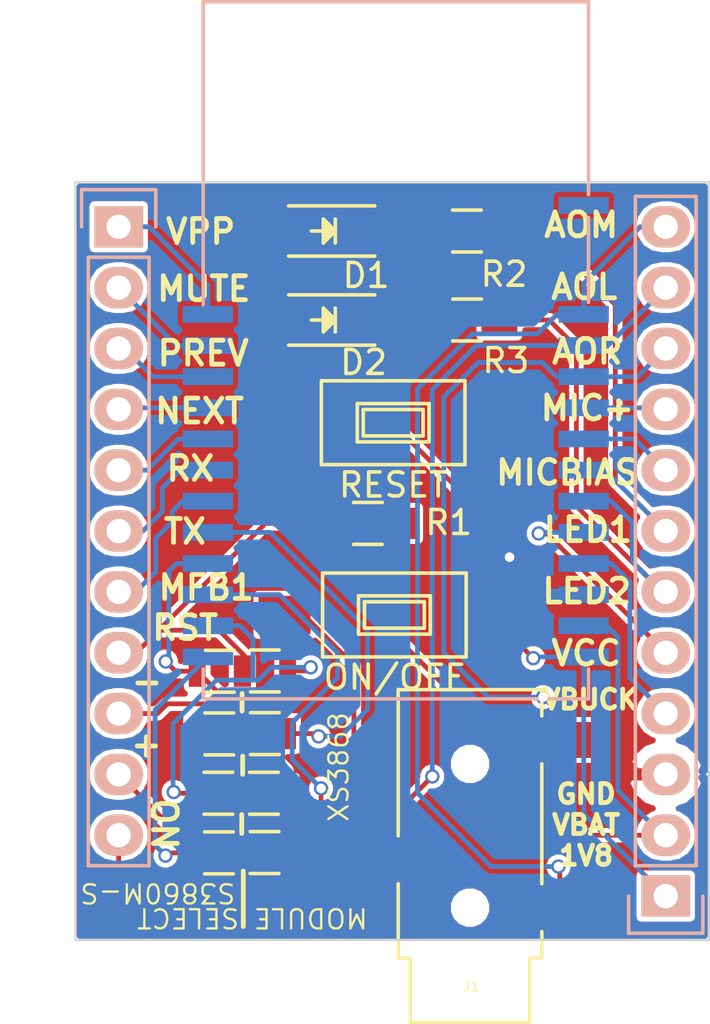
<source format=kicad_pcb>
(kicad_pcb (version 4) (host pcbnew 0.201603091917+6614~43~ubuntu14.04.1-product)

  (general
    (links 50)
    (no_connects 0)
    (area 84.506599 89.535799 111.073401 121.258801)
    (thickness 1.6)
    (drawings 33)
    (tracks 244)
    (zones 0)
    (modules 19)
    (nets 31)
  )

  (page A4)
  (layers
    (0 F.Cu signal)
    (31 B.Cu signal)
    (32 B.Adhes user)
    (33 F.Adhes user)
    (34 B.Paste user)
    (35 F.Paste user)
    (36 B.SilkS user)
    (37 F.SilkS user)
    (38 B.Mask user)
    (39 F.Mask user hide)
    (40 Dwgs.User user)
    (41 Cmts.User user)
    (42 Eco1.User user)
    (43 Eco2.User user)
    (44 Edge.Cuts user)
    (45 Margin user)
    (46 B.CrtYd user)
    (47 F.CrtYd user)
    (48 B.Fab user)
    (49 F.Fab user)
  )

  (setup
    (last_trace_width 0.2)
    (trace_clearance 0.2)
    (zone_clearance 0)
    (zone_45_only yes)
    (trace_min 0.2)
    (segment_width 0.2)
    (edge_width 0.1)
    (via_size 0.6)
    (via_drill 0.4)
    (via_min_size 0.4)
    (via_min_drill 0.3)
    (uvia_size 0.3)
    (uvia_drill 0.1)
    (uvias_allowed no)
    (uvia_min_size 0.2)
    (uvia_min_drill 0.1)
    (pcb_text_width 0.3)
    (pcb_text_size 1.5 1.5)
    (mod_edge_width 0.15)
    (mod_text_size 1 1)
    (mod_text_width 0.15)
    (pad_size 1.5 1.5)
    (pad_drill 0.6)
    (pad_to_mask_clearance 0)
    (aux_axis_origin 0 0)
    (visible_elements FFFEFF3F)
    (pcbplotparams
      (layerselection 0x00000_00000001)
      (usegerberextensions false)
      (excludeedgelayer true)
      (linewidth 0.100000)
      (plotframeref false)
      (viasonmask false)
      (mode 1)
      (useauxorigin false)
      (hpglpennumber 1)
      (hpglpenspeed 20)
      (hpglpendiameter 15)
      (psnegative false)
      (psa4output false)
      (plotreference true)
      (plotvalue true)
      (plotinvisibletext false)
      (padsonsilk false)
      (subtractmaskfromsilk false)
      (outputformat 4)
      (mirror false)
      (drillshape 2)
      (scaleselection 1)
      (outputdirectory /home/nail/tmp/plot/))
  )

  (net 0 "")
  (net 1 "Net-(J1-Pad1)")
  (net 2 "Net-(J1-Pad2)")
  (net 3 "Net-(J1-Pad5)")
  (net 4 "Net-(P1-Pad2)")
  (net 5 "Net-(P1-Pad3)")
  (net 6 "Net-(P1-Pad4)")
  (net 7 "Net-(P1-Pad5)")
  (net 8 "Net-(P1-Pad6)")
  (net 9 "Net-(P1-Pad7)")
  (net 10 "Net-(P1-Pad8)")
  (net 11 "Net-(P1-Pad9)")
  (net 12 "Net-(P2-Pad1)")
  (net 13 "Net-(P2-Pad2)")
  (net 14 "Net-(P2-Pad3)")
  (net 15 "Net-(P2-Pad4)")
  (net 16 "Net-(P2-Pad5)")
  (net 17 "Net-(P2-Pad6)")
  (net 18 "Net-(P2-Pad7)")
  (net 19 "Net-(D1-Pad2)")
  (net 20 "Net-(D1-Pad1)")
  (net 21 "Net-(D2-Pad1)")
  (net 22 /RESET)
  (net 23 /VOL-)
  (net 24 /VOL+)
  (net 25 /ONKEY)
  (net 26 "Net-(SM_ONKEY1-Pad2)")
  (net 27 "Net-(SM_RESET1-Pad2)")
  (net 28 "Net-(SM_VOL+1-Pad2)")
  (net 29 "Net-(SM_VOL-1-Pad2)")
  (net 30 "Net-(U1-Pad18)")

  (net_class Default "This is the default net class."
    (clearance 0.2)
    (trace_width 0.2)
    (via_dia 0.6)
    (via_drill 0.4)
    (uvia_dia 0.3)
    (uvia_drill 0.1)
    (add_net /ONKEY)
    (add_net /RESET)
    (add_net /VOL+)
    (add_net /VOL-)
    (add_net "Net-(D1-Pad1)")
    (add_net "Net-(D1-Pad2)")
    (add_net "Net-(D2-Pad1)")
    (add_net "Net-(J1-Pad1)")
    (add_net "Net-(J1-Pad2)")
    (add_net "Net-(J1-Pad5)")
    (add_net "Net-(P1-Pad2)")
    (add_net "Net-(P1-Pad3)")
    (add_net "Net-(P1-Pad4)")
    (add_net "Net-(P1-Pad5)")
    (add_net "Net-(P1-Pad6)")
    (add_net "Net-(P1-Pad7)")
    (add_net "Net-(P1-Pad8)")
    (add_net "Net-(P1-Pad9)")
    (add_net "Net-(P2-Pad1)")
    (add_net "Net-(P2-Pad2)")
    (add_net "Net-(P2-Pad3)")
    (add_net "Net-(P2-Pad4)")
    (add_net "Net-(P2-Pad5)")
    (add_net "Net-(P2-Pad6)")
    (add_net "Net-(P2-Pad7)")
    (add_net "Net-(SM_ONKEY1-Pad2)")
    (add_net "Net-(SM_RESET1-Pad2)")
    (add_net "Net-(SM_VOL+1-Pad2)")
    (add_net "Net-(SM_VOL-1-Pad2)")
    (add_net "Net-(U1-Pad18)")
  )

  (module Pin_Headers:Pin_Header_Straight_1x12 (layer B.Cu) (tedit 55784C76) (tstamp 5576E171)
    (at 109.22 119.38)
    (descr "Through hole pin header")
    (tags "pin header")
    (path /5576DE6D)
    (fp_text reference P1 (at 0 5.1) (layer B.SilkS) hide
      (effects (font (size 1 1) (thickness 0.15)) (justify mirror))
    )
    (fp_text value CONN_01X12 (at 0 3.1) (layer B.Fab) hide
      (effects (font (size 1 1) (thickness 0.15)) (justify mirror))
    )
    (fp_line (start -1.75 1.75) (end -1.75 -29.7) (layer B.CrtYd) (width 0.05))
    (fp_line (start 1.75 1.75) (end 1.75 -29.7) (layer B.CrtYd) (width 0.05))
    (fp_line (start -1.75 1.75) (end 1.75 1.75) (layer B.CrtYd) (width 0.05))
    (fp_line (start -1.75 -29.7) (end 1.75 -29.7) (layer B.CrtYd) (width 0.05))
    (fp_line (start 1.27 -1.27) (end 1.27 -29.21) (layer B.SilkS) (width 0.15))
    (fp_line (start 1.27 -29.21) (end -1.27 -29.21) (layer B.SilkS) (width 0.15))
    (fp_line (start -1.27 -29.21) (end -1.27 -1.27) (layer B.SilkS) (width 0.15))
    (fp_line (start 1.55 1.55) (end 1.55 0) (layer B.SilkS) (width 0.15))
    (fp_line (start 1.27 -1.27) (end -1.27 -1.27) (layer B.SilkS) (width 0.15))
    (fp_line (start -1.55 0) (end -1.55 1.55) (layer B.SilkS) (width 0.15))
    (fp_line (start -1.55 1.55) (end 1.55 1.55) (layer B.SilkS) (width 0.15))
    (pad 1 thru_hole rect (at 0 0) (size 2.032 1.7272) (drill 1.016) (layers *.Cu *.Mask B.SilkS)
      (net 19 "Net-(D1-Pad2)"))
    (pad 2 thru_hole oval (at 0 -2.54) (size 2.032 1.7272) (drill 1.016) (layers *.Cu *.Mask B.SilkS)
      (net 4 "Net-(P1-Pad2)"))
    (pad 3 thru_hole oval (at 0 -5.08) (size 2.032 1.7272) (drill 1.016) (layers *.Cu *.Mask B.SilkS)
      (net 5 "Net-(P1-Pad3)"))
    (pad 4 thru_hole oval (at 0 -7.62) (size 2.032 1.7272) (drill 1.016) (layers *.Cu *.Mask B.SilkS)
      (net 6 "Net-(P1-Pad4)"))
    (pad 5 thru_hole oval (at 0 -10.16) (size 2.032 1.7272) (drill 1.016) (layers *.Cu *.Mask B.SilkS)
      (net 7 "Net-(P1-Pad5)"))
    (pad 6 thru_hole oval (at 0 -12.7) (size 2.032 1.7272) (drill 1.016) (layers *.Cu *.Mask B.SilkS)
      (net 8 "Net-(P1-Pad6)"))
    (pad 7 thru_hole oval (at 0 -15.24) (size 2.032 1.7272) (drill 1.016) (layers *.Cu *.Mask B.SilkS)
      (net 9 "Net-(P1-Pad7)"))
    (pad 8 thru_hole oval (at 0 -17.78) (size 2.032 1.7272) (drill 1.016) (layers *.Cu *.Mask B.SilkS)
      (net 10 "Net-(P1-Pad8)"))
    (pad 9 thru_hole oval (at 0 -20.32) (size 2.032 1.7272) (drill 1.016) (layers *.Cu *.Mask B.SilkS)
      (net 11 "Net-(P1-Pad9)"))
    (pad 10 thru_hole oval (at 0 -22.86) (size 2.032 1.7272) (drill 1.016) (layers *.Cu *.Mask B.SilkS)
      (net 3 "Net-(J1-Pad5)"))
    (pad 11 thru_hole oval (at 0 -25.4) (size 2.032 1.7272) (drill 1.016) (layers *.Cu *.Mask B.SilkS)
      (net 2 "Net-(J1-Pad2)"))
    (pad 12 thru_hole oval (at 0 -27.94) (size 2.032 1.7272) (drill 1.016) (layers *.Cu *.Mask B.SilkS)
      (net 1 "Net-(J1-Pad1)"))
    (model Pin_Headers.3dshapes/Pin_Header_Straight_1x12.wrl
      (at (xyz 0 -0.55 0))
      (scale (xyz 1 1 1))
      (rotate (xyz 0 0 90))
    )
  )

  (module my_modules:XS3868 (layer B.Cu) (tedit 55784D7E) (tstamp 5576E19E)
    (at 105.791 110.9472 180)
    (path /5576DBD3)
    (fp_text reference U1 (at 7.8 18.7 180) (layer B.SilkS) hide
      (effects (font (size 1.5 1.5) (thickness 0.15)) (justify mirror))
    )
    (fp_text value XS3868 (at 7.874 21.463 180) (layer B.Fab)
      (effects (font (size 1.5 1.5) (thickness 0.15)) (justify mirror))
    )
    (fp_line (start -0.2 1.05) (end -0.2 -0.2) (layer B.SilkS) (width 0.15))
    (fp_line (start -0.2 -0.2) (end 15.9 -0.2) (layer B.SilkS) (width 0.15))
    (fp_line (start 15.9 -0.2) (end 15.9 1.05) (layer B.SilkS) (width 0.15))
    (fp_line (start -0.2 19.9) (end -0.2 16.35) (layer B.SilkS) (width 0.15))
    (fp_line (start 15.9 16.25) (end 15.9 28.9) (layer B.SilkS) (width 0.15))
    (fp_line (start 15.9 28.9) (end -0.2 28.9) (layer B.SilkS) (width 0.15))
    (fp_line (start -0.2 28.9) (end -0.2 20.85) (layer B.SilkS) (width 0.15))
    (pad 1 smd rect (at 0 20.4 180) (size 2.1 0.7) (layers B.Cu B.Paste B.Mask))
    (pad 2 smd rect (at 0 15.85 180) (size 2.1 0.7) (layers B.Cu B.Paste B.Mask)
      (net 1 "Net-(J1-Pad1)"))
    (pad 3 smd rect (at 0 14.55 180) (size 2.1 0.7) (layers B.Cu B.Paste B.Mask)
      (net 2 "Net-(J1-Pad2)"))
    (pad 4 smd rect (at 0 13.25 180) (size 2.1 0.7) (layers B.Cu B.Paste B.Mask)
      (net 3 "Net-(J1-Pad5)"))
    (pad 5 smd rect (at 0 11.95 180) (size 2.1 0.7) (layers B.Cu B.Paste B.Mask)
      (net 11 "Net-(P1-Pad9)"))
    (pad 6 smd rect (at 0 10.65 180) (size 2.1 0.7) (layers B.Cu B.Paste B.Mask)
      (net 10 "Net-(P1-Pad8)"))
    (pad 7 smd rect (at 0 9.35 180) (size 2.1 0.7) (layers B.Cu B.Paste B.Mask)
      (net 9 "Net-(P1-Pad7)"))
    (pad 8 smd rect (at 0 8.05 180) (size 2.1 0.7) (layers B.Cu B.Paste B.Mask)
      (net 8 "Net-(P1-Pad6)"))
    (pad 9 smd rect (at 0 6.75 180) (size 2.1 0.7) (layers B.Cu B.Paste B.Mask)
      (net 7 "Net-(P1-Pad5)"))
    (pad 10 smd rect (at 0 5.45 180) (size 2.1 0.7) (layers B.Cu B.Paste B.Mask)
      (net 6 "Net-(P1-Pad4)"))
    (pad 11 smd rect (at 0 4.15 180) (size 2.1 0.7) (layers B.Cu B.Paste B.Mask)
      (net 5 "Net-(P1-Pad3)"))
    (pad 12 smd rect (at 0 2.85 180) (size 2.1 0.7) (layers B.Cu B.Paste B.Mask)
      (net 4 "Net-(P1-Pad2)"))
    (pad 13 smd rect (at 0 1.55 180) (size 2.1 0.7) (layers B.Cu B.Paste B.Mask)
      (net 19 "Net-(D1-Pad2)"))
    (pad 25 smd rect (at 15.7 15.85 180) (size 2.1 0.7) (layers B.Cu B.Paste B.Mask)
      (net 12 "Net-(P2-Pad1)"))
    (pad 24 smd rect (at 15.7 14.55 180) (size 2.1 0.7) (layers B.Cu B.Paste B.Mask)
      (net 13 "Net-(P2-Pad2)"))
    (pad 23 smd rect (at 15.7 13.25 180) (size 2.1 0.7) (layers B.Cu B.Paste B.Mask)
      (net 14 "Net-(P2-Pad3)"))
    (pad 22 smd rect (at 15.7 11.95 180) (size 2.1 0.7) (layers B.Cu B.Paste B.Mask)
      (net 15 "Net-(P2-Pad4)"))
    (pad 21 smd rect (at 15.7 10.65 180) (size 2.1 0.7) (layers B.Cu B.Paste B.Mask)
      (net 16 "Net-(P2-Pad5)"))
    (pad 20 smd rect (at 15.7 9.35 180) (size 2.1 0.7) (layers B.Cu B.Paste B.Mask)
      (net 17 "Net-(P2-Pad6)"))
    (pad 19 smd rect (at 15.7 8.05 180) (size 2.1 0.7) (layers B.Cu B.Paste B.Mask)
      (net 18 "Net-(P2-Pad7)"))
    (pad 18 smd rect (at 15.7 6.75 180) (size 2.1 0.7) (layers B.Cu B.Paste B.Mask)
      (net 30 "Net-(U1-Pad18)"))
    (pad 17 smd rect (at 15.7 5.45 180) (size 2.1 0.7) (layers B.Cu B.Paste B.Mask)
      (net 27 "Net-(SM_RESET1-Pad2)"))
    (pad 16 smd rect (at 15.7 4.15 180) (size 2.1 0.7) (layers B.Cu B.Paste B.Mask)
      (net 29 "Net-(SM_VOL-1-Pad2)"))
    (pad 15 smd rect (at 15.7 2.85 180) (size 2.1 0.7) (layers B.Cu B.Paste B.Mask)
      (net 28 "Net-(SM_VOL+1-Pad2)"))
    (pad 14 smd rect (at 15.7 1.55 180) (size 2.1 0.7) (layers B.Cu B.Paste B.Mask)
      (net 26 "Net-(SM_ONKEY1-Pad2)"))
  )

  (module jacks:3.5mm_stereo_jack_PJ3020B (layer F.Cu) (tedit 558ACB18) (tstamp 55784CB1)
    (at 101.0412 119.8626 180)
    (path /5576DC76)
    (fp_text reference J1 (at -0.05 -3.3 180) (layer F.SilkS)
      (effects (font (size 0.39878 0.39878) (thickness 0.0508)))
    )
    (fp_text value SCJ368R1NUS0B00G (at 0.11 2.15 270) (layer F.SilkS) hide
      (effects (font (thickness 0.3048)))
    )
    (fp_line (start 3 3) (end 3 9.1) (layer F.SilkS) (width 0.15))
    (fp_line (start 3 9.1) (end -3 9.1) (layer F.SilkS) (width 0.15))
    (fp_line (start -3 9.1) (end -3 8) (layer F.SilkS) (width 0.15))
    (fp_line (start -3 1) (end -3 6) (layer F.SilkS) (width 0.15))
    (fp_line (start -3 -1) (end -3 -2.1) (layer F.SilkS) (width 0.15))
    (fp_line (start -3 -2.1) (end -2.5 -2.1) (layer F.SilkS) (width 0.15))
    (fp_line (start -2.5 -2.1) (end -2.5 -4.8) (layer F.SilkS) (width 0.15))
    (fp_line (start -2.5 -4.8) (end 2.5 -4.8) (layer F.SilkS) (width 0.15))
    (fp_line (start 2.5 -4.8) (end 2.5 -2.1) (layer F.SilkS) (width 0.15))
    (fp_line (start 2.5 -2.1) (end 3 -2.1) (layer F.SilkS) (width 0.15))
    (fp_line (start 3 -2.1) (end 3 1) (layer F.SilkS) (width 0.15))
    (pad "" np_thru_hole circle (at 0 6 180) (size 1.2 1.2) (drill 1.2) (layers *.Cu *.Mask F.SilkS))
    (pad 5 smd rect (at -3.75 7 180) (size 3.5 1.5) (layers F.Cu F.Paste F.Mask)
      (net 3 "Net-(J1-Pad5)"))
    (pad 2 smd rect (at 3.75 2 180) (size 3.5 1.5) (layers F.Cu F.Paste F.Mask)
      (net 2 "Net-(J1-Pad2)"))
    (pad 1 smd rect (at -3.75 0 180) (size 3.5 1.5) (layers F.Cu F.Paste F.Mask)
      (net 1 "Net-(J1-Pad1)"))
    (pad "" np_thru_hole circle (at 0 0 180) (size 1.2 1.2) (drill 1.2) (layers *.Cu *.Mask F.SilkS))
  )

  (module LEDs:LED-1206 (layer F.Cu) (tedit 56C47765) (tstamp 56C46EE2)
    (at 94.91218 91.61526 180)
    (descr "LED 1206 smd package")
    (tags "LED1206 SMD")
    (path /56C487CC)
    (attr smd)
    (fp_text reference D1 (at -1.78562 -1.85674 180) (layer F.SilkS)
      (effects (font (size 1 1) (thickness 0.15)))
    )
    (fp_text value LED (at 0 2 180) (layer F.Fab)
      (effects (font (size 1 1) (thickness 0.15)))
    )
    (fp_line (start -2.15 1.05) (end 1.45 1.05) (layer F.SilkS) (width 0.15))
    (fp_line (start -2.15 -1.05) (end 1.45 -1.05) (layer F.SilkS) (width 0.15))
    (fp_line (start -0.1 -0.3) (end -0.1 0.3) (layer F.SilkS) (width 0.15))
    (fp_line (start -0.1 0.3) (end -0.4 0) (layer F.SilkS) (width 0.15))
    (fp_line (start -0.4 0) (end -0.2 -0.2) (layer F.SilkS) (width 0.15))
    (fp_line (start -0.2 -0.2) (end -0.2 0.05) (layer F.SilkS) (width 0.15))
    (fp_line (start -0.2 0.05) (end -0.25 0) (layer F.SilkS) (width 0.15))
    (fp_line (start -0.5 -0.5) (end -0.5 0.5) (layer F.SilkS) (width 0.15))
    (fp_line (start 0 0) (end 0.5 0) (layer F.SilkS) (width 0.15))
    (fp_line (start -0.5 0) (end 0 -0.5) (layer F.SilkS) (width 0.15))
    (fp_line (start 0 -0.5) (end 0 0.5) (layer F.SilkS) (width 0.15))
    (fp_line (start 0 0.5) (end -0.5 0) (layer F.SilkS) (width 0.15))
    (fp_line (start 2.5 -1.25) (end -2.5 -1.25) (layer F.CrtYd) (width 0.05))
    (fp_line (start -2.5 -1.25) (end -2.5 1.25) (layer F.CrtYd) (width 0.05))
    (fp_line (start -2.5 1.25) (end 2.5 1.25) (layer F.CrtYd) (width 0.05))
    (fp_line (start 2.5 1.25) (end 2.5 -1.25) (layer F.CrtYd) (width 0.05))
    (pad 2 smd rect (at 1.41986 0) (size 1.59766 1.80086) (layers F.Cu F.Paste F.Mask)
      (net 19 "Net-(D1-Pad2)"))
    (pad 1 smd rect (at -1.41986 0) (size 1.59766 1.80086) (layers F.Cu F.Paste F.Mask)
      (net 20 "Net-(D1-Pad1)"))
  )

  (module LEDs:LED-1206 (layer F.Cu) (tedit 56C47756) (tstamp 56C46EF8)
    (at 94.91218 95.33128 180)
    (descr "LED 1206 smd package")
    (tags "LED1206 SMD")
    (path /56C488F4)
    (attr smd)
    (fp_text reference D2 (at -1.68402 -1.77292 180) (layer F.SilkS)
      (effects (font (size 1 1) (thickness 0.15)))
    )
    (fp_text value LED (at -1.143 10.6426 180) (layer F.Fab)
      (effects (font (size 1 1) (thickness 0.15)))
    )
    (fp_line (start -2.15 1.05) (end 1.45 1.05) (layer F.SilkS) (width 0.15))
    (fp_line (start -2.15 -1.05) (end 1.45 -1.05) (layer F.SilkS) (width 0.15))
    (fp_line (start -0.1 -0.3) (end -0.1 0.3) (layer F.SilkS) (width 0.15))
    (fp_line (start -0.1 0.3) (end -0.4 0) (layer F.SilkS) (width 0.15))
    (fp_line (start -0.4 0) (end -0.2 -0.2) (layer F.SilkS) (width 0.15))
    (fp_line (start -0.2 -0.2) (end -0.2 0.05) (layer F.SilkS) (width 0.15))
    (fp_line (start -0.2 0.05) (end -0.25 0) (layer F.SilkS) (width 0.15))
    (fp_line (start -0.5 -0.5) (end -0.5 0.5) (layer F.SilkS) (width 0.15))
    (fp_line (start 0 0) (end 0.5 0) (layer F.SilkS) (width 0.15))
    (fp_line (start -0.5 0) (end 0 -0.5) (layer F.SilkS) (width 0.15))
    (fp_line (start 0 -0.5) (end 0 0.5) (layer F.SilkS) (width 0.15))
    (fp_line (start 0 0.5) (end -0.5 0) (layer F.SilkS) (width 0.15))
    (fp_line (start 2.5 -1.25) (end -2.5 -1.25) (layer F.CrtYd) (width 0.05))
    (fp_line (start -2.5 -1.25) (end -2.5 1.25) (layer F.CrtYd) (width 0.05))
    (fp_line (start -2.5 1.25) (end 2.5 1.25) (layer F.CrtYd) (width 0.05))
    (fp_line (start 2.5 1.25) (end 2.5 -1.25) (layer F.CrtYd) (width 0.05))
    (pad 2 smd rect (at 1.41986 0) (size 1.59766 1.80086) (layers F.Cu F.Paste F.Mask)
      (net 19 "Net-(D1-Pad2)"))
    (pad 1 smd rect (at -1.41986 0) (size 1.59766 1.80086) (layers F.Cu F.Paste F.Mask)
      (net 21 "Net-(D2-Pad1)"))
  )

  (module Resistors_SMD:R_0805_HandSoldering (layer F.Cu) (tedit 56C47752) (tstamp 56C46F04)
    (at 96.774 103.8225)
    (descr "Resistor SMD 0805, hand soldering")
    (tags "resistor 0805")
    (path /56C47B10)
    (attr smd)
    (fp_text reference R1 (at 3.3782 -0.0381) (layer F.SilkS)
      (effects (font (size 1 1) (thickness 0.15)))
    )
    (fp_text value 10k (at 0 2.1) (layer F.Fab)
      (effects (font (size 1 1) (thickness 0.15)))
    )
    (fp_line (start -2.4 -1) (end 2.4 -1) (layer F.CrtYd) (width 0.05))
    (fp_line (start -2.4 1) (end 2.4 1) (layer F.CrtYd) (width 0.05))
    (fp_line (start -2.4 -1) (end -2.4 1) (layer F.CrtYd) (width 0.05))
    (fp_line (start 2.4 -1) (end 2.4 1) (layer F.CrtYd) (width 0.05))
    (fp_line (start 0.6 0.875) (end -0.6 0.875) (layer F.SilkS) (width 0.15))
    (fp_line (start -0.6 -0.875) (end 0.6 -0.875) (layer F.SilkS) (width 0.15))
    (pad 1 smd rect (at -1.35 0) (size 1.5 1.3) (layers F.Cu F.Paste F.Mask)
      (net 22 /RESET))
    (pad 2 smd rect (at 1.35 0) (size 1.5 1.3) (layers F.Cu F.Paste F.Mask)
      (net 4 "Net-(P1-Pad2)"))
    (model Resistors_SMD.3dshapes/R_0805_HandSoldering.wrl
      (at (xyz 0 0 0))
      (scale (xyz 1 1 1))
      (rotate (xyz 0 0 0))
    )
  )

  (module Resistors_SMD:R_0805_HandSoldering (layer F.Cu) (tedit 56C4775D) (tstamp 56C46F10)
    (at 100.9142 91.6178)
    (descr "Resistor SMD 0805, hand soldering")
    (tags "resistor 0805")
    (path /56C48674)
    (attr smd)
    (fp_text reference R2 (at 1.5494 1.8034) (layer F.SilkS)
      (effects (font (size 1 1) (thickness 0.15)))
    )
    (fp_text value 470 (at 0 2.1) (layer F.Fab)
      (effects (font (size 1 1) (thickness 0.15)))
    )
    (fp_line (start -2.4 -1) (end 2.4 -1) (layer F.CrtYd) (width 0.05))
    (fp_line (start -2.4 1) (end 2.4 1) (layer F.CrtYd) (width 0.05))
    (fp_line (start -2.4 -1) (end -2.4 1) (layer F.CrtYd) (width 0.05))
    (fp_line (start 2.4 -1) (end 2.4 1) (layer F.CrtYd) (width 0.05))
    (fp_line (start 0.6 0.875) (end -0.6 0.875) (layer F.SilkS) (width 0.15))
    (fp_line (start -0.6 -0.875) (end 0.6 -0.875) (layer F.SilkS) (width 0.15))
    (pad 1 smd rect (at -1.35 0) (size 1.5 1.3) (layers F.Cu F.Paste F.Mask)
      (net 20 "Net-(D1-Pad1)"))
    (pad 2 smd rect (at 1.35 0) (size 1.5 1.3) (layers F.Cu F.Paste F.Mask)
      (net 9 "Net-(P1-Pad7)"))
    (model Resistors_SMD.3dshapes/R_0805_HandSoldering.wrl
      (at (xyz 0 0 0))
      (scale (xyz 1 1 1))
      (rotate (xyz 0 0 0))
    )
  )

  (module Resistors_SMD:R_0805_HandSoldering (layer F.Cu) (tedit 56C4775A) (tstamp 56C46F1C)
    (at 100.91928 95.33128)
    (descr "Resistor SMD 0805, hand soldering")
    (tags "resistor 0805")
    (path /56C48760)
    (attr smd)
    (fp_text reference R3 (at 1.62052 1.69672) (layer F.SilkS)
      (effects (font (size 1 1) (thickness 0.15)))
    )
    (fp_text value 470 (at 0 2.1) (layer F.Fab)
      (effects (font (size 1 1) (thickness 0.15)))
    )
    (fp_line (start -2.4 -1) (end 2.4 -1) (layer F.CrtYd) (width 0.05))
    (fp_line (start -2.4 1) (end 2.4 1) (layer F.CrtYd) (width 0.05))
    (fp_line (start -2.4 -1) (end -2.4 1) (layer F.CrtYd) (width 0.05))
    (fp_line (start 2.4 -1) (end 2.4 1) (layer F.CrtYd) (width 0.05))
    (fp_line (start 0.6 0.875) (end -0.6 0.875) (layer F.SilkS) (width 0.15))
    (fp_line (start -0.6 -0.875) (end 0.6 -0.875) (layer F.SilkS) (width 0.15))
    (pad 1 smd rect (at -1.35 0) (size 1.5 1.3) (layers F.Cu F.Paste F.Mask)
      (net 21 "Net-(D2-Pad1)"))
    (pad 2 smd rect (at 1.35 0) (size 1.5 1.3) (layers F.Cu F.Paste F.Mask)
      (net 8 "Net-(P1-Pad6)"))
    (model Resistors_SMD.3dshapes/R_0805_HandSoldering.wrl
      (at (xyz 0 0 0))
      (scale (xyz 1 1 1))
      (rotate (xyz 0 0 0))
    )
  )

  (module Buttons_Switches_SMD:SW_SPST_FSMSM (layer F.Cu) (tedit 56E1782D) (tstamp 56C47F63)
    (at 97.8408 99.6188 180)
    (descr http://www.te.com/commerce/DocumentDelivery/DDEController?Action=srchrtrv&DocNm=1437566-3&DocType=Customer+Drawing&DocLang=English)
    (tags "SPST button tactile switch")
    (path /56C45A37)
    (attr smd)
    (fp_text reference RESET (at 0.01011 -2.60022 180) (layer F.SilkS)
      (effects (font (size 1 1) (thickness 0.15)))
    )
    (fp_text value 1 (at 0.01011 -0.00022 180) (layer F.Fab)
      (effects (font (size 1 1) (thickness 0.15)))
    )
    (fp_line (start -1.23989 -0.55022) (end 1.26011 -0.55022) (layer F.SilkS) (width 0.15))
    (fp_line (start 1.26011 -0.55022) (end 1.26011 0.54978) (layer F.SilkS) (width 0.15))
    (fp_line (start 1.26011 0.54978) (end -1.23989 0.54978) (layer F.SilkS) (width 0.15))
    (fp_line (start -1.23989 0.54978) (end -1.23989 -0.55022) (layer F.SilkS) (width 0.15))
    (fp_line (start -1.48989 0.79978) (end 1.51011 0.79978) (layer F.SilkS) (width 0.15))
    (fp_line (start -1.48989 -0.80022) (end 1.51011 -0.80022) (layer F.SilkS) (width 0.15))
    (fp_line (start 1.51011 -0.80022) (end 1.51011 0.79978) (layer F.SilkS) (width 0.15))
    (fp_line (start -1.48989 -0.80022) (end -1.48989 0.79978) (layer F.SilkS) (width 0.15))
    (fp_line (start -5.85 1.95) (end 5.9 1.95) (layer F.CrtYd) (width 0.05))
    (fp_line (start 5.9 -2) (end 5.9 1.95) (layer F.CrtYd) (width 0.05))
    (fp_line (start -2.98989 1.74978) (end 3.01011 1.74978) (layer F.SilkS) (width 0.15))
    (fp_line (start -2.98989 -1.75022) (end 3.01011 -1.75022) (layer F.SilkS) (width 0.15))
    (fp_line (start -2.98989 -1.75022) (end -2.98989 1.74978) (layer F.SilkS) (width 0.15))
    (fp_line (start 3.01011 -1.75022) (end 3.01011 1.74978) (layer F.SilkS) (width 0.15))
    (fp_line (start -5.85 -2) (end -5.85 1.95) (layer F.CrtYd) (width 0.05))
    (fp_line (start -5.85 -2) (end 5.9 -2) (layer F.CrtYd) (width 0.05))
    (pad 1 smd rect (at -4.60243 -0.00232 180) (size 2.18 1.6) (layers F.Cu F.Paste F.Mask)
      (net 5 "Net-(P1-Pad3)"))
    (pad 2 smd rect (at 4.60243 0.00232 180) (size 2.18 1.6) (layers F.Cu F.Paste F.Mask)
      (net 22 /RESET))
  )

  (module Buttons_Switches_SMD:SW_SPST_FSMSM (layer F.Cu) (tedit 56E17823) (tstamp 56C47F79)
    (at 97.8916 107.6452 180)
    (descr http://www.te.com/commerce/DocumentDelivery/DDEController?Action=srchrtrv&DocNm=1437566-3&DocType=Customer+Drawing&DocLang=English)
    (tags "SPST button tactile switch")
    (path /56C4875B)
    (attr smd)
    (fp_text reference ON/OFF (at 0.01011 -2.60022 180) (layer F.SilkS)
      (effects (font (size 1 1) (thickness 0.15)))
    )
    (fp_text value ON/OFF (at 0.01011 -0.00022 180) (layer F.Fab)
      (effects (font (size 1 1) (thickness 0.15)))
    )
    (fp_line (start -1.23989 -0.55022) (end 1.26011 -0.55022) (layer F.SilkS) (width 0.15))
    (fp_line (start 1.26011 -0.55022) (end 1.26011 0.54978) (layer F.SilkS) (width 0.15))
    (fp_line (start 1.26011 0.54978) (end -1.23989 0.54978) (layer F.SilkS) (width 0.15))
    (fp_line (start -1.23989 0.54978) (end -1.23989 -0.55022) (layer F.SilkS) (width 0.15))
    (fp_line (start -1.48989 0.79978) (end 1.51011 0.79978) (layer F.SilkS) (width 0.15))
    (fp_line (start -1.48989 -0.80022) (end 1.51011 -0.80022) (layer F.SilkS) (width 0.15))
    (fp_line (start 1.51011 -0.80022) (end 1.51011 0.79978) (layer F.SilkS) (width 0.15))
    (fp_line (start -1.48989 -0.80022) (end -1.48989 0.79978) (layer F.SilkS) (width 0.15))
    (fp_line (start -5.85 1.95) (end 5.9 1.95) (layer F.CrtYd) (width 0.05))
    (fp_line (start 5.9 -2) (end 5.9 1.95) (layer F.CrtYd) (width 0.05))
    (fp_line (start -2.98989 1.74978) (end 3.01011 1.74978) (layer F.SilkS) (width 0.15))
    (fp_line (start -2.98989 -1.75022) (end 3.01011 -1.75022) (layer F.SilkS) (width 0.15))
    (fp_line (start -2.98989 -1.75022) (end -2.98989 1.74978) (layer F.SilkS) (width 0.15))
    (fp_line (start 3.01011 -1.75022) (end 3.01011 1.74978) (layer F.SilkS) (width 0.15))
    (fp_line (start -5.85 -2) (end -5.85 1.95) (layer F.CrtYd) (width 0.05))
    (fp_line (start -5.85 -2) (end 5.9 -2) (layer F.CrtYd) (width 0.05))
    (pad 1 smd rect (at -4.60243 -0.00232 180) (size 2.18 1.6) (layers F.Cu F.Paste F.Mask)
      (net 19 "Net-(D1-Pad2)"))
    (pad 2 smd rect (at 4.60243 0.00232 180) (size 2.18 1.6) (layers F.Cu F.Paste F.Mask)
      (net 25 /ONKEY))
  )

  (module Pin_Headers:Pin_Header_Straight_1x11 (layer B.Cu) (tedit 56C488F9) (tstamp 56C4801D)
    (at 86.36 91.44 180)
    (descr "Through hole pin header")
    (tags "pin header")
    (path /5576DF5A)
    (fp_text reference P2 (at 0 5.1 180) (layer B.SilkS) hide
      (effects (font (size 1 1) (thickness 0.15)) (justify mirror))
    )
    (fp_text value CONN_01X12 (at 0 3.1 180) (layer B.Fab)
      (effects (font (size 1 1) (thickness 0.15)) (justify mirror))
    )
    (fp_line (start -1.75 1.75) (end -1.75 -27.15) (layer B.CrtYd) (width 0.05))
    (fp_line (start 1.75 1.75) (end 1.75 -27.15) (layer B.CrtYd) (width 0.05))
    (fp_line (start -1.75 1.75) (end 1.75 1.75) (layer B.CrtYd) (width 0.05))
    (fp_line (start -1.75 -27.15) (end 1.75 -27.15) (layer B.CrtYd) (width 0.05))
    (fp_line (start 1.27 -1.27) (end 1.27 -26.67) (layer B.SilkS) (width 0.15))
    (fp_line (start 1.27 -26.67) (end -1.27 -26.67) (layer B.SilkS) (width 0.15))
    (fp_line (start -1.27 -26.67) (end -1.27 -1.27) (layer B.SilkS) (width 0.15))
    (fp_line (start 1.55 1.55) (end 1.55 0) (layer B.SilkS) (width 0.15))
    (fp_line (start 1.27 -1.27) (end -1.27 -1.27) (layer B.SilkS) (width 0.15))
    (fp_line (start -1.55 0) (end -1.55 1.55) (layer B.SilkS) (width 0.15))
    (fp_line (start -1.55 1.55) (end 1.55 1.55) (layer B.SilkS) (width 0.15))
    (pad 1 thru_hole rect (at 0 0 180) (size 2.032 1.7272) (drill 1.016) (layers *.Cu *.Mask B.SilkS)
      (net 12 "Net-(P2-Pad1)"))
    (pad 2 thru_hole oval (at 0 -2.54 180) (size 2.032 1.7272) (drill 1.016) (layers *.Cu *.Mask B.SilkS)
      (net 13 "Net-(P2-Pad2)"))
    (pad 3 thru_hole oval (at 0 -5.08 180) (size 2.032 1.7272) (drill 1.016) (layers *.Cu *.Mask B.SilkS)
      (net 14 "Net-(P2-Pad3)"))
    (pad 4 thru_hole oval (at 0 -7.62 180) (size 2.032 1.7272) (drill 1.016) (layers *.Cu *.Mask B.SilkS)
      (net 15 "Net-(P2-Pad4)"))
    (pad 5 thru_hole oval (at 0 -10.16 180) (size 2.032 1.7272) (drill 1.016) (layers *.Cu *.Mask B.SilkS)
      (net 16 "Net-(P2-Pad5)"))
    (pad 6 thru_hole oval (at 0 -12.7 180) (size 2.032 1.7272) (drill 1.016) (layers *.Cu *.Mask B.SilkS)
      (net 17 "Net-(P2-Pad6)"))
    (pad 7 thru_hole oval (at 0 -15.24 180) (size 2.032 1.7272) (drill 1.016) (layers *.Cu *.Mask B.SilkS)
      (net 18 "Net-(P2-Pad7)"))
    (pad 8 thru_hole oval (at 0 -17.78 180) (size 2.032 1.7272) (drill 1.016) (layers *.Cu *.Mask B.SilkS)
      (net 22 /RESET))
    (pad 9 thru_hole oval (at 0 -20.32 180) (size 2.032 1.7272) (drill 1.016) (layers *.Cu *.Mask B.SilkS)
      (net 23 /VOL-))
    (pad 10 thru_hole oval (at 0 -22.86 180) (size 2.032 1.7272) (drill 1.016) (layers *.Cu *.Mask B.SilkS)
      (net 24 /VOL+))
    (pad 11 thru_hole oval (at 0 -25.4 180) (size 2.032 1.7272) (drill 1.016) (layers *.Cu *.Mask B.SilkS)
      (net 25 /ONKEY))
    (model Pin_Headers.3dshapes/Pin_Header_Straight_1x11.wrl
      (at (xyz 0 -0.5 0))
      (scale (xyz 1 1 1))
      (rotate (xyz 0 0 90))
    )
  )

  (module Resistors_SMD:R_0805 (layer F.Cu) (tedit 56E177C0) (tstamp 56E174D6)
    (at 90.551 117.5766 180)
    (descr "Resistor SMD 0805, reflow soldering, Vishay (see dcrcw.pdf)")
    (tags "resistor 0805")
    (path /56C54D8A)
    (attr smd)
    (fp_text reference SM_ONKEY1 (at 0 -2.1 180) (layer F.SilkS) hide
      (effects (font (size 1 1) (thickness 0.15)))
    )
    (fp_text value 0 (at 0 2.1 180) (layer F.Fab)
      (effects (font (size 1 1) (thickness 0.15)))
    )
    (fp_line (start -1.6 -1) (end 1.6 -1) (layer F.CrtYd) (width 0.05))
    (fp_line (start -1.6 1) (end 1.6 1) (layer F.CrtYd) (width 0.05))
    (fp_line (start -1.6 -1) (end -1.6 1) (layer F.CrtYd) (width 0.05))
    (fp_line (start 1.6 -1) (end 1.6 1) (layer F.CrtYd) (width 0.05))
    (fp_line (start 0.6 0.875) (end -0.6 0.875) (layer F.SilkS) (width 0.15))
    (fp_line (start -0.6 -0.875) (end 0.6 -0.875) (layer F.SilkS) (width 0.15))
    (pad 1 smd rect (at -0.95 0 180) (size 0.7 1.3) (layers F.Cu F.Paste F.Mask)
      (net 25 /ONKEY))
    (pad 2 smd rect (at 0.95 0 180) (size 0.7 1.3) (layers F.Cu F.Paste F.Mask)
      (net 26 "Net-(SM_ONKEY1-Pad2)"))
    (model Resistors_SMD.3dshapes/R_0805.wrl
      (at (xyz 0 0 0))
      (scale (xyz 1 1 1))
      (rotate (xyz 0 0 0))
    )
  )

  (module Resistors_SMD:R_0805 (layer F.Cu) (tedit 56E177D0) (tstamp 56E174E1)
    (at 90.5891 109.9947 180)
    (descr "Resistor SMD 0805, reflow soldering, Vishay (see dcrcw.pdf)")
    (tags "resistor 0805")
    (path /56C54A9D)
    (attr smd)
    (fp_text reference SM_RESET1 (at 0 -2.1 180) (layer F.SilkS) hide
      (effects (font (size 1 1) (thickness 0.15)))
    )
    (fp_text value 0 (at 0 2.1 180) (layer F.Fab)
      (effects (font (size 1 1) (thickness 0.15)))
    )
    (fp_line (start -1.6 -1) (end 1.6 -1) (layer F.CrtYd) (width 0.05))
    (fp_line (start -1.6 1) (end 1.6 1) (layer F.CrtYd) (width 0.05))
    (fp_line (start -1.6 -1) (end -1.6 1) (layer F.CrtYd) (width 0.05))
    (fp_line (start 1.6 -1) (end 1.6 1) (layer F.CrtYd) (width 0.05))
    (fp_line (start 0.6 0.875) (end -0.6 0.875) (layer F.SilkS) (width 0.15))
    (fp_line (start -0.6 -0.875) (end 0.6 -0.875) (layer F.SilkS) (width 0.15))
    (pad 1 smd rect (at -0.95 0 180) (size 0.7 1.3) (layers F.Cu F.Paste F.Mask)
      (net 22 /RESET))
    (pad 2 smd rect (at 0.95 0 180) (size 0.7 1.3) (layers F.Cu F.Paste F.Mask)
      (net 27 "Net-(SM_RESET1-Pad2)"))
    (model Resistors_SMD.3dshapes/R_0805.wrl
      (at (xyz 0 0 0))
      (scale (xyz 1 1 1))
      (rotate (xyz 0 0 0))
    )
  )

  (module Resistors_SMD:R_0805 (layer F.Cu) (tedit 56E177C4) (tstamp 56E174EC)
    (at 90.5256 115.0874 180)
    (descr "Resistor SMD 0805, reflow soldering, Vishay (see dcrcw.pdf)")
    (tags "resistor 0805")
    (path /56C54CAC)
    (attr smd)
    (fp_text reference SM_VOL+1 (at 0 -2.1 180) (layer F.SilkS) hide
      (effects (font (size 1 1) (thickness 0.15)))
    )
    (fp_text value 0 (at 0 2.1 180) (layer F.Fab)
      (effects (font (size 1 1) (thickness 0.15)))
    )
    (fp_line (start -1.6 -1) (end 1.6 -1) (layer F.CrtYd) (width 0.05))
    (fp_line (start -1.6 1) (end 1.6 1) (layer F.CrtYd) (width 0.05))
    (fp_line (start -1.6 -1) (end -1.6 1) (layer F.CrtYd) (width 0.05))
    (fp_line (start 1.6 -1) (end 1.6 1) (layer F.CrtYd) (width 0.05))
    (fp_line (start 0.6 0.875) (end -0.6 0.875) (layer F.SilkS) (width 0.15))
    (fp_line (start -0.6 -0.875) (end 0.6 -0.875) (layer F.SilkS) (width 0.15))
    (pad 1 smd rect (at -0.95 0 180) (size 0.7 1.3) (layers F.Cu F.Paste F.Mask)
      (net 24 /VOL+))
    (pad 2 smd rect (at 0.95 0 180) (size 0.7 1.3) (layers F.Cu F.Paste F.Mask)
      (net 28 "Net-(SM_VOL+1-Pad2)"))
    (model Resistors_SMD.3dshapes/R_0805.wrl
      (at (xyz 0 0 0))
      (scale (xyz 1 1 1))
      (rotate (xyz 0 0 0))
    )
  )

  (module Resistors_SMD:R_0805 (layer F.Cu) (tedit 56E177CA) (tstamp 56E174F7)
    (at 90.5637 112.6109 180)
    (descr "Resistor SMD 0805, reflow soldering, Vishay (see dcrcw.pdf)")
    (tags "resistor 0805")
    (path /56C54BEF)
    (attr smd)
    (fp_text reference SM_VOL-1 (at 0 -2.1 180) (layer F.SilkS) hide
      (effects (font (size 1 1) (thickness 0.15)))
    )
    (fp_text value 0 (at 0 2.1 180) (layer F.Fab)
      (effects (font (size 1 1) (thickness 0.15)))
    )
    (fp_line (start -1.6 -1) (end 1.6 -1) (layer F.CrtYd) (width 0.05))
    (fp_line (start -1.6 1) (end 1.6 1) (layer F.CrtYd) (width 0.05))
    (fp_line (start -1.6 -1) (end -1.6 1) (layer F.CrtYd) (width 0.05))
    (fp_line (start 1.6 -1) (end 1.6 1) (layer F.CrtYd) (width 0.05))
    (fp_line (start 0.6 0.875) (end -0.6 0.875) (layer F.SilkS) (width 0.15))
    (fp_line (start -0.6 -0.875) (end 0.6 -0.875) (layer F.SilkS) (width 0.15))
    (pad 1 smd rect (at -0.95 0 180) (size 0.7 1.3) (layers F.Cu F.Paste F.Mask)
      (net 23 /VOL-))
    (pad 2 smd rect (at 0.95 0 180) (size 0.7 1.3) (layers F.Cu F.Paste F.Mask)
      (net 29 "Net-(SM_VOL-1-Pad2)"))
    (model Resistors_SMD.3dshapes/R_0805.wrl
      (at (xyz 0 0 0))
      (scale (xyz 1 1 1))
      (rotate (xyz 0 0 0))
    )
  )

  (module Resistors_SMD:R_0805 (layer F.Cu) (tedit 56E177C7) (tstamp 56E17502)
    (at 92.456 117.5639)
    (descr "Resistor SMD 0805, reflow soldering, Vishay (see dcrcw.pdf)")
    (tags "resistor 0805")
    (path /56C5526C)
    (attr smd)
    (fp_text reference XS_ONKEY1 (at 0 -2.1) (layer F.SilkS) hide
      (effects (font (size 1 1) (thickness 0.15)))
    )
    (fp_text value 0 (at 0 2.1) (layer F.Fab)
      (effects (font (size 1 1) (thickness 0.15)))
    )
    (fp_line (start -1.6 -1) (end 1.6 -1) (layer F.CrtYd) (width 0.05))
    (fp_line (start -1.6 1) (end 1.6 1) (layer F.CrtYd) (width 0.05))
    (fp_line (start -1.6 -1) (end -1.6 1) (layer F.CrtYd) (width 0.05))
    (fp_line (start 1.6 -1) (end 1.6 1) (layer F.CrtYd) (width 0.05))
    (fp_line (start 0.6 0.875) (end -0.6 0.875) (layer F.SilkS) (width 0.15))
    (fp_line (start -0.6 -0.875) (end 0.6 -0.875) (layer F.SilkS) (width 0.15))
    (pad 1 smd rect (at -0.95 0) (size 0.7 1.3) (layers F.Cu F.Paste F.Mask)
      (net 25 /ONKEY))
    (pad 2 smd rect (at 0.95 0) (size 0.7 1.3) (layers F.Cu F.Paste F.Mask)
      (net 29 "Net-(SM_VOL-1-Pad2)"))
    (model Resistors_SMD.3dshapes/R_0805.wrl
      (at (xyz 0 0 0))
      (scale (xyz 1 1 1))
      (rotate (xyz 0 0 0))
    )
  )

  (module Resistors_SMD:R_0805 (layer F.Cu) (tedit 56E177DC) (tstamp 56E1750D)
    (at 92.4687 109.982)
    (descr "Resistor SMD 0805, reflow soldering, Vishay (see dcrcw.pdf)")
    (tags "resistor 0805")
    (path /56C5525A)
    (attr smd)
    (fp_text reference XS_RESET1 (at 0 -2.1) (layer F.SilkS) hide
      (effects (font (size 1 1) (thickness 0.15)))
    )
    (fp_text value 0 (at 0 2.1) (layer F.Fab)
      (effects (font (size 1 1) (thickness 0.15)))
    )
    (fp_line (start -1.6 -1) (end 1.6 -1) (layer F.CrtYd) (width 0.05))
    (fp_line (start -1.6 1) (end 1.6 1) (layer F.CrtYd) (width 0.05))
    (fp_line (start -1.6 -1) (end -1.6 1) (layer F.CrtYd) (width 0.05))
    (fp_line (start 1.6 -1) (end 1.6 1) (layer F.CrtYd) (width 0.05))
    (fp_line (start 0.6 0.875) (end -0.6 0.875) (layer F.SilkS) (width 0.15))
    (fp_line (start -0.6 -0.875) (end 0.6 -0.875) (layer F.SilkS) (width 0.15))
    (pad 1 smd rect (at -0.95 0) (size 0.7 1.3) (layers F.Cu F.Paste F.Mask)
      (net 22 /RESET))
    (pad 2 smd rect (at 0.95 0) (size 0.7 1.3) (layers F.Cu F.Paste F.Mask)
      (net 28 "Net-(SM_VOL+1-Pad2)"))
    (model Resistors_SMD.3dshapes/R_0805.wrl
      (at (xyz 0 0 0))
      (scale (xyz 1 1 1))
      (rotate (xyz 0 0 0))
    )
  )

  (module Resistors_SMD:R_0805 (layer F.Cu) (tedit 56E177CE) (tstamp 56E17518)
    (at 92.4306 115.0874)
    (descr "Resistor SMD 0805, reflow soldering, Vishay (see dcrcw.pdf)")
    (tags "resistor 0805")
    (path /56C55266)
    (attr smd)
    (fp_text reference XS_VOL+1 (at 0 -2.1) (layer F.SilkS) hide
      (effects (font (size 1 1) (thickness 0.15)))
    )
    (fp_text value 0 (at 0 2.1) (layer F.Fab)
      (effects (font (size 1 1) (thickness 0.15)))
    )
    (fp_line (start -1.6 -1) (end 1.6 -1) (layer F.CrtYd) (width 0.05))
    (fp_line (start -1.6 1) (end 1.6 1) (layer F.CrtYd) (width 0.05))
    (fp_line (start -1.6 -1) (end -1.6 1) (layer F.CrtYd) (width 0.05))
    (fp_line (start 1.6 -1) (end 1.6 1) (layer F.CrtYd) (width 0.05))
    (fp_line (start 0.6 0.875) (end -0.6 0.875) (layer F.SilkS) (width 0.15))
    (fp_line (start -0.6 -0.875) (end 0.6 -0.875) (layer F.SilkS) (width 0.15))
    (pad 1 smd rect (at -0.95 0) (size 0.7 1.3) (layers F.Cu F.Paste F.Mask)
      (net 24 /VOL+))
    (pad 2 smd rect (at 0.95 0) (size 0.7 1.3) (layers F.Cu F.Paste F.Mask)
      (net 27 "Net-(SM_RESET1-Pad2)"))
    (model Resistors_SMD.3dshapes/R_0805.wrl
      (at (xyz 0 0 0))
      (scale (xyz 1 1 1))
      (rotate (xyz 0 0 0))
    )
  )

  (module Resistors_SMD:R_0805 (layer F.Cu) (tedit 56E177D5) (tstamp 56E17523)
    (at 92.4687 112.5982)
    (descr "Resistor SMD 0805, reflow soldering, Vishay (see dcrcw.pdf)")
    (tags "resistor 0805")
    (path /56C55260)
    (attr smd)
    (fp_text reference XS_VOL-1 (at 0 -2.1) (layer F.SilkS) hide
      (effects (font (size 1 1) (thickness 0.15)))
    )
    (fp_text value 0 (at 0 2.1) (layer F.Fab)
      (effects (font (size 1 1) (thickness 0.15)))
    )
    (fp_line (start -1.6 -1) (end 1.6 -1) (layer F.CrtYd) (width 0.05))
    (fp_line (start -1.6 1) (end 1.6 1) (layer F.CrtYd) (width 0.05))
    (fp_line (start -1.6 -1) (end -1.6 1) (layer F.CrtYd) (width 0.05))
    (fp_line (start 1.6 -1) (end 1.6 1) (layer F.CrtYd) (width 0.05))
    (fp_line (start 0.6 0.875) (end -0.6 0.875) (layer F.SilkS) (width 0.15))
    (fp_line (start -0.6 -0.875) (end 0.6 -0.875) (layer F.SilkS) (width 0.15))
    (pad 1 smd rect (at -0.95 0) (size 0.7 1.3) (layers F.Cu F.Paste F.Mask)
      (net 23 /VOL-))
    (pad 2 smd rect (at 0.95 0) (size 0.7 1.3) (layers F.Cu F.Paste F.Mask)
      (net 30 "Net-(U1-Pad18)"))
    (model Resistors_SMD.3dshapes/R_0805.wrl
      (at (xyz 0 0 0))
      (scale (xyz 1 1 1))
      (rotate (xyz 0 0 0))
    )
  )

  (gr_text ON (at 88.265 116.3701 270) (layer F.SilkS)
    (effects (font (size 1 1) (thickness 0.2)))
  )
  (gr_text - (at 87.5411 110.4138) (layer F.SilkS)
    (effects (font (size 1 1) (thickness 0.2)))
  )
  (gr_line (start 91.567 118.3386) (end 91.567 120.65) (angle 90) (layer F.SilkS) (width 0.2))
  (gr_line (start 91.5035 115.9764) (end 91.5035 116.7638) (angle 90) (layer F.SilkS) (width 0.2))
  (gr_line (start 91.5416 113.538) (end 91.5416 114.3) (angle 90) (layer F.SilkS) (width 0.2))
  (gr_line (start 91.5162 110.9218) (end 91.5162 111.6584) (angle 90) (layer F.SilkS) (width 0.2))
  (gr_text + (at 87.5157 113.0427) (layer F.SilkS)
    (effects (font (size 1 1) (thickness 0.2)))
  )
  (gr_text RST (at 89.1413 108.1786) (layer F.SilkS)
    (effects (font (size 1 1) (thickness 0.2)))
  )
  (gr_line (start 84.6074 89.5858) (end 84.5566 89.5858) (angle 90) (layer Edge.Cuts) (width 0.1))
  (gr_text MFB1 (at 90.0176 106.5022) (layer F.SilkS)
    (effects (font (size 1 1) (thickness 0.2)))
  )
  (gr_text TX (at 89.1286 104.1654) (layer F.SilkS)
    (effects (font (size 1 1) (thickness 0.2)))
  )
  (gr_text RX (at 89.3572 101.5365) (layer F.SilkS)
    (effects (font (size 1 1) (thickness 0.2)))
  )
  (gr_text NEXT (at 89.7382 99.1362) (layer F.SilkS)
    (effects (font (size 1 1) (thickness 0.2)))
  )
  (gr_text PREV (at 89.8906 96.7232) (layer F.SilkS)
    (effects (font (size 1 1) (thickness 0.2)))
  )
  (gr_text MUTE (at 89.916 94.0308) (layer F.SilkS)
    (effects (font (size 1 1) (thickness 0.2)))
  )
  (gr_text VPP (at 89.789 91.6432) (layer F.SilkS)
    (effects (font (size 1 1) (thickness 0.2)))
  )
  (gr_text "MODULE SELECT" (at 91.948 120.2944 180) (layer F.SilkS)
    (effects (font (size 0.8 0.8) (thickness 0.1)))
  )
  (gr_text S3860M-S (at 91.3003 119.253 180) (layer F.SilkS)
    (effects (font (size 0.8 0.8) (thickness 0.1)) (justify left))
  )
  (gr_text "GND\nVBAT\n1V8" (at 105.8926 116.4082) (layer F.SilkS)
    (effects (font (size 0.8 0.8) (thickness 0.2)))
  )
  (gr_text VBUCK (at 106.0704 111.1758) (layer F.SilkS)
    (effects (font (size 0.8 0.8) (thickness 0.2)))
  )
  (gr_text VCC (at 105.8926 109.2454) (layer F.SilkS)
    (effects (font (size 1 1) (thickness 0.2)))
  )
  (gr_text LED2 (at 105.918 106.6546) (layer F.SilkS)
    (effects (font (size 1 1) (thickness 0.2)))
  )
  (gr_text LED1 (at 105.9688 104.0892) (layer F.SilkS)
    (effects (font (size 1 1) (thickness 0.2)))
  )
  (gr_text MICBIAS (at 105.1052 101.7016) (layer F.SilkS)
    (effects (font (size 1 1) (thickness 0.2)))
  )
  (gr_text MIC+ (at 105.9434 99.0092) (layer F.SilkS)
    (effects (font (size 1 1) (thickness 0.2)))
  )
  (gr_text AOR (at 105.9434 96.647) (layer F.SilkS)
    (effects (font (size 1 1) (thickness 0.2)))
  )
  (gr_text AOL (at 105.8164 93.9546) (layer F.SilkS)
    (effects (font (size 1 1) (thickness 0.2)))
  )
  (gr_text AOM (at 105.6894 91.3638) (layer F.SilkS)
    (effects (font (size 1 1) (thickness 0.2)))
  )
  (gr_line (start 84.5566 121.2088) (end 84.5566 89.5858) (angle 90) (layer Edge.Cuts) (width 0.1))
  (gr_line (start 111.0234 121.2088) (end 84.5566 121.2088) (angle 90) (layer Edge.Cuts) (width 0.1))
  (gr_line (start 111.0234 89.5858) (end 111.0234 121.2088) (angle 90) (layer Edge.Cuts) (width 0.1))
  (gr_line (start 84.6074 89.5858) (end 111.0234 89.5858) (angle 90) (layer Edge.Cuts) (width 0.1))
  (gr_text XS3868 (at 95.5548 116.3447 90) (layer F.SilkS)
    (effects (font (size 0.8 0.8) (thickness 0.1)) (justify left))
  )

  (segment (start 98.84664 98.20656) (end 101.1428 95.9104) (width 0.2) (layer B.Cu) (net 1))
  (segment (start 104.6988 95.0976) (end 104.6988 95.0972) (width 0.2) (layer B.Cu) (net 1) (tstamp 56C48888))
  (segment (start 104.6734 95.0976) (end 104.6988 95.0976) (width 0.2) (layer B.Cu) (net 1) (tstamp 56C48886))
  (segment (start 103.8606 95.9104) (end 104.6734 95.0976) (width 0.2) (layer B.Cu) (net 1) (tstamp 56C48885))
  (segment (start 101.1428 95.9104) (end 103.8606 95.9104) (width 0.2) (layer B.Cu) (net 1) (tstamp 56C48884))
  (segment (start 98.84664 98.20656) (end 98.84664 115.07724) (width 0.2) (layer B.Cu) (net 1) (tstamp 56C47534))
  (segment (start 105.791 95.0972) (end 104.6988 95.0972) (width 0.2) (layer B.Cu) (net 1))
  (segment (start 104.7912 118.2024) (end 104.7912 119.8626) (width 0.2) (layer F.Cu) (net 1) (tstamp 56C47512))
  (segment (start 104.7369 118.1481) (end 104.7912 118.2024) (width 0.2) (layer F.Cu) (net 1) (tstamp 56C47511))
  (via (at 104.7369 118.1481) (size 0.6) (drill 0.4) (layers F.Cu B.Cu) (net 1))
  (segment (start 101.9175 118.1481) (end 104.7369 118.1481) (width 0.2) (layer B.Cu) (net 1) (tstamp 56C4750E))
  (segment (start 98.84664 115.07724) (end 101.9175 118.1481) (width 0.2) (layer B.Cu) (net 1) (tstamp 56C47538))
  (segment (start 104.7912 119.8626) (end 103.5304 119.8626) (width 0.2) (layer F.Cu) (net 1))
  (segment (start 105.791 95.0972) (end 105.791 93.8022) (width 0.2) (layer B.Cu) (net 1))
  (segment (start 108.1532 91.44) (end 109.22 91.44) (width 0.2) (layer B.Cu) (net 1) (tstamp 56C472A8))
  (segment (start 105.791 93.8022) (end 108.1532 91.44) (width 0.2) (layer B.Cu) (net 1) (tstamp 56C472A6))
  (segment (start 97.2912 117.8626) (end 97.2912 116.56156) (width 0.2) (layer F.Cu) (net 2))
  (segment (start 101.30624 96.3972) (end 105.791 96.3972) (width 0.2) (layer B.Cu) (net 2) (tstamp 56C47521))
  (segment (start 99.4664 98.23704) (end 101.30624 96.3972) (width 0.2) (layer B.Cu) (net 2) (tstamp 56C47520))
  (segment (start 99.4664 114.38636) (end 99.4664 98.23704) (width 0.2) (layer B.Cu) (net 2) (tstamp 56C4751F))
  (via (at 99.4664 114.38636) (size 0.6) (drill 0.4) (layers F.Cu B.Cu) (net 2))
  (segment (start 97.2912 116.56156) (end 99.4664 114.38636) (width 0.2) (layer F.Cu) (net 2) (tstamp 56C4751C))
  (segment (start 103.704 96.3972) (end 105.791 96.3972) (width 0.2) (layer B.Cu) (net 2) (tstamp 56C474F4))
  (segment (start 103.704 96.3972) (end 105.791 96.3972) (width 0.2) (layer B.Cu) (net 2) (tstamp 56C4730B))
  (segment (start 105.791 96.3972) (end 106.8028 96.3972) (width 0.2) (layer B.Cu) (net 2))
  (segment (start 106.8028 96.3972) (end 109.22 93.98) (width 0.2) (layer B.Cu) (net 2) (tstamp 56C472AC))
  (segment (start 105.791 97.6972) (end 104.6568 97.6972) (width 0.2) (layer B.Cu) (net 3))
  (segment (start 101.38156 97.1042) (end 99.94138 98.54438) (width 0.2) (layer B.Cu) (net 3) (tstamp 56C48880))
  (segment (start 104.0638 97.1042) (end 101.38156 97.1042) (width 0.2) (layer B.Cu) (net 3) (tstamp 56C4887F))
  (segment (start 104.6568 97.6972) (end 104.0638 97.1042) (width 0.2) (layer B.Cu) (net 3) (tstamp 56C4887E))
  (segment (start 99.94138 108.9406) (end 99.94138 109.21238) (width 0.2) (layer B.Cu) (net 3))
  (segment (start 99.94138 98.54438) (end 99.94138 108.9406) (width 0.2) (layer B.Cu) (net 3) (tstamp 56C47526))
  (segment (start 99.94138 109.21238) (end 101.8032 111.0742) (width 0.2) (layer B.Cu) (net 3) (tstamp 56C47663))
  (segment (start 101.8032 111.0742) (end 104.0892 111.0742) (width 0.2) (layer B.Cu) (net 3) (tstamp 56C47664))
  (via (at 104.0892 111.0742) (size 0.6) (drill 0.4) (layers F.Cu B.Cu) (net 3))
  (segment (start 104.0892 111.0742) (end 104.7912 111.7762) (width 0.2) (layer F.Cu) (net 3) (tstamp 56C47667))
  (segment (start 104.7912 111.7762) (end 104.7912 112.8626) (width 0.2) (layer F.Cu) (net 3) (tstamp 56C47668))
  (segment (start 105.791 97.6972) (end 108.0428 97.6972) (width 0.2) (layer B.Cu) (net 3))
  (segment (start 108.0428 97.6972) (end 109.22 96.52) (width 0.2) (layer B.Cu) (net 3) (tstamp 56C472B0))
  (segment (start 103.06304 116.84) (end 109.22 116.84) (width 0.2) (layer F.Cu) (net 4) (tstamp 56C47585))
  (segment (start 109.22 116.84) (end 109.093 116.84) (width 0.2) (layer B.Cu) (net 4))
  (segment (start 109.093 116.84) (end 107.219798 114.966798) (width 0.2) (layer B.Cu) (net 4) (tstamp 56C472DC))
  (segment (start 107.219798 114.966798) (end 107.219798 108.565998) (width 0.2) (layer B.Cu) (net 4) (tstamp 56C472DD))
  (segment (start 107.219798 108.565998) (end 106.751 108.0972) (width 0.2) (layer B.Cu) (net 4) (tstamp 56C472DF))
  (segment (start 106.751 108.0972) (end 105.791 108.0972) (width 0.2) (layer B.Cu) (net 4) (tstamp 56C472E0))
  (segment (start 98.124 108.331) (end 98.124 108.7412) (width 0.2) (layer F.Cu) (net 4))
  (segment (start 102.2096 112.8268) (end 102.2096 115.98656) (width 0.2) (layer F.Cu) (net 4) (tstamp 56C4766E))
  (segment (start 98.124 108.7412) (end 102.2096 112.8268) (width 0.2) (layer F.Cu) (net 4) (tstamp 56C4766D))
  (segment (start 98.124 103.8225) (end 98.124 108.331) (width 0.2) (layer F.Cu) (net 4))
  (segment (start 102.2096 115.98656) (end 103.06304 116.84) (width 0.2) (layer F.Cu) (net 4) (tstamp 56C47583))
  (segment (start 102.48133 99.63382) (end 102.48133 105.02133) (width 0.2) (layer F.Cu) (net 5))
  (segment (start 102.48133 105.02133) (end 102.6922 105.2322) (width 0.2) (layer F.Cu) (net 5) (tstamp 56C47589))
  (segment (start 105.791 106.7972) (end 104.2572 106.7972) (width 0.2) (layer B.Cu) (net 5))
  (segment (start 102.7176 105.2068) (end 102.7176 105.1814) (width 0.2) (layer F.Cu) (net 5) (tstamp 56C47356))
  (segment (start 102.6922 105.2322) (end 102.7176 105.2068) (width 0.2) (layer F.Cu) (net 5) (tstamp 56C47355))
  (via (at 102.6922 105.2322) (size 0.6) (drill 0.4) (layers F.Cu B.Cu) (net 5))
  (segment (start 104.2572 106.7972) (end 102.6922 105.2322) (width 0.2) (layer B.Cu) (net 5) (tstamp 56C47352))
  (segment (start 109.22 114.3) (end 108.204 114.3) (width 0.2) (layer F.Cu) (net 5))
  (segment (start 108.204 114.3) (end 107.2388 113.3348) (width 0.2) (layer F.Cu) (net 5) (tstamp 56C47346))
  (segment (start 107.2388 113.3348) (end 107.2388 109.7026) (width 0.2) (layer F.Cu) (net 5) (tstamp 56C47348))
  (segment (start 107.2388 109.7026) (end 105.5116 107.9754) (width 0.2) (layer F.Cu) (net 5) (tstamp 56C4734A))
  (segment (start 105.5116 107.9754) (end 102.7176 105.1814) (width 0.2) (layer F.Cu) (net 5) (tstamp 56C4734C))
  (segment (start 105.791 105.4972) (end 106.945 105.4972) (width 0.2) (layer B.Cu) (net 6))
  (segment (start 107.7214 110.2614) (end 109.22 111.76) (width 0.2) (layer B.Cu) (net 6) (tstamp 56C47342))
  (segment (start 107.7214 106.2736) (end 107.7214 110.2614) (width 0.2) (layer B.Cu) (net 6) (tstamp 56C47341))
  (segment (start 106.945 105.4972) (end 107.7214 106.2736) (width 0.2) (layer B.Cu) (net 6) (tstamp 56C47340))
  (segment (start 103.9114 104.2416) (end 104.2416 104.2416) (width 0.2) (layer F.Cu) (net 7))
  (segment (start 104.2416 104.2416) (end 109.22 109.22) (width 0.2) (layer F.Cu) (net 7) (tstamp 56C47616))
  (segment (start 109.22 109.22) (end 108.4834 109.22) (width 0.2) (layer F.Cu) (net 7))
  (via (at 103.9114 104.2416) (size 0.6) (drill 0.4) (layers F.Cu B.Cu) (net 7))
  (segment (start 103.9114 104.2416) (end 103.9558 104.1972) (width 0.2) (layer B.Cu) (net 7) (tstamp 56C47338))
  (segment (start 103.9558 104.1972) (end 105.791 104.1972) (width 0.2) (layer B.Cu) (net 7) (tstamp 56C47339))
  (segment (start 109.22 106.68) (end 109.0676 106.68) (width 0.2) (layer F.Cu) (net 8))
  (segment (start 109.0676 106.68) (end 105.4862 103.0986) (width 0.2) (layer F.Cu) (net 8) (tstamp 56C47650))
  (segment (start 104.34828 95.33128) (end 102.26928 95.33128) (width 0.2) (layer F.Cu) (net 8) (tstamp 56C47655))
  (segment (start 105.4862 96.4692) (end 104.34828 95.33128) (width 0.2) (layer F.Cu) (net 8) (tstamp 56C47653))
  (segment (start 105.4862 103.0986) (end 105.4862 96.4692) (width 0.2) (layer F.Cu) (net 8) (tstamp 56C47651))
  (segment (start 105.791 102.8972) (end 106.9358 102.8972) (width 0.2) (layer B.Cu) (net 8))
  (segment (start 107.823 105.41) (end 109.093 106.68) (width 0.2) (layer B.Cu) (net 8) (tstamp 56C472C2))
  (segment (start 107.823 103.7844) (end 107.823 105.41) (width 0.2) (layer B.Cu) (net 8) (tstamp 56C472C0))
  (segment (start 106.9358 102.8972) (end 107.823 103.7844) (width 0.2) (layer B.Cu) (net 8) (tstamp 56C472BF))
  (segment (start 109.093 106.68) (end 109.22 106.68) (width 0.2) (layer B.Cu) (net 8) (tstamp 56C472C3))
  (segment (start 102.2642 91.6178) (end 104.0384 91.6178) (width 0.2) (layer F.Cu) (net 9))
  (segment (start 107.1118 102.0318) (end 109.22 104.14) (width 0.2) (layer F.Cu) (net 9) (tstamp 56C4764C))
  (segment (start 107.1118 94.6912) (end 107.1118 102.0318) (width 0.2) (layer F.Cu) (net 9) (tstamp 56C4764A))
  (segment (start 104.0384 91.6178) (end 107.1118 94.6912) (width 0.2) (layer F.Cu) (net 9) (tstamp 56C47648))
  (segment (start 105.791 101.5972) (end 106.6772 101.5972) (width 0.2) (layer B.Cu) (net 9))
  (segment (start 106.6772 101.5972) (end 109.22 104.14) (width 0.2) (layer B.Cu) (net 9) (tstamp 56C472BB))
  (segment (start 105.791 100.2972) (end 107.9172 100.2972) (width 0.2) (layer B.Cu) (net 10))
  (segment (start 107.9172 100.2972) (end 109.22 101.6) (width 0.2) (layer B.Cu) (net 10) (tstamp 56C472B7))
  (segment (start 105.791 98.9972) (end 109.1572 98.9972) (width 0.2) (layer B.Cu) (net 11))
  (segment (start 109.1572 98.9972) (end 109.22 99.06) (width 0.2) (layer B.Cu) (net 11) (tstamp 56C472B4))
  (segment (start 90.091 95.0972) (end 90.091 93.901) (width 0.2) (layer B.Cu) (net 12))
  (segment (start 90.091 93.901) (end 87.63 91.44) (width 0.2) (layer B.Cu) (net 12) (tstamp 56C4729F))
  (segment (start 87.63 91.44) (end 86.36 91.44) (width 0.2) (layer B.Cu) (net 12) (tstamp 56C472A1))
  (segment (start 90.091 96.3972) (end 88.7772 96.3972) (width 0.2) (layer B.Cu) (net 13))
  (segment (start 88.7772 96.3972) (end 86.36 93.98) (width 0.2) (layer B.Cu) (net 13) (tstamp 56C47812))
  (segment (start 86.36 93.98) (end 86.5124 93.98) (width 0.2) (layer B.Cu) (net 13))
  (segment (start 87.7912 97.6972) (end 90.091 97.6972) (width 0.2) (layer B.Cu) (net 14) (tstamp 56C47293))
  (segment (start 86.36 96.52) (end 86.614 96.52) (width 0.2) (layer B.Cu) (net 14))
  (segment (start 86.614 96.52) (end 87.7912 97.6972) (width 0.2) (layer B.Cu) (net 14) (tstamp 56C47292))
  (segment (start 90.091 98.9972) (end 86.4228 98.9972) (width 0.2) (layer B.Cu) (net 15))
  (segment (start 86.4228 98.9972) (end 86.36 99.06) (width 0.2) (layer B.Cu) (net 15) (tstamp 56C47297))
  (segment (start 88.8566 100.2972) (end 90.091 100.2972) (width 0.2) (layer B.Cu) (net 16) (tstamp 56C4728E))
  (segment (start 87.5538 101.6) (end 88.8566 100.2972) (width 0.2) (layer B.Cu) (net 16) (tstamp 56C4728C))
  (segment (start 86.36 101.6) (end 87.5538 101.6) (width 0.2) (layer B.Cu) (net 16))
  (segment (start 88.9282 101.5972) (end 90.091 101.5972) (width 0.2) (layer B.Cu) (net 17) (tstamp 56C47289))
  (segment (start 88.1888 102.3366) (end 88.9282 101.5972) (width 0.2) (layer B.Cu) (net 17) (tstamp 56C47288))
  (segment (start 86.36 104.14) (end 87.376 104.14) (width 0.2) (layer B.Cu) (net 17))
  (segment (start 87.376 104.14) (end 88.1888 103.3272) (width 0.2) (layer B.Cu) (net 17) (tstamp 56C47285))
  (segment (start 88.1888 103.3272) (end 88.1888 102.3366) (width 0.2) (layer B.Cu) (net 17) (tstamp 56C47286))
  (segment (start 86.36 106.68) (end 87.0712 106.68) (width 0.2) (layer B.Cu) (net 18))
  (segment (start 87.0712 106.68) (end 87.9094 105.8418) (width 0.2) (layer B.Cu) (net 18) (tstamp 56C4727C))
  (segment (start 87.9094 105.8418) (end 87.9094 104.4448) (width 0.2) (layer B.Cu) (net 18) (tstamp 56C4727D))
  (segment (start 87.9094 104.4448) (end 88.5952 103.759) (width 0.2) (layer B.Cu) (net 18) (tstamp 56C4727F))
  (segment (start 88.5952 103.759) (end 88.5952 103.3272) (width 0.2) (layer B.Cu) (net 18) (tstamp 56C47280))
  (segment (start 88.5952 103.3272) (end 89.0252 102.8972) (width 0.2) (layer B.Cu) (net 18) (tstamp 56C47281))
  (segment (start 89.0252 102.8972) (end 90.091 102.8972) (width 0.2) (layer B.Cu) (net 18) (tstamp 56C47282))
  (segment (start 102.57023 107.79992) (end 102.57023 108.33603) (width 0.2) (layer F.Cu) (net 19))
  (segment (start 102.57023 108.33603) (end 103.6828 109.4486) (width 0.2) (layer F.Cu) (net 19) (tstamp 56C47659))
  (segment (start 103.7342 109.3972) (end 105.791 109.3972) (width 0.2) (layer B.Cu) (net 19) (tstamp 56C4765C))
  (segment (start 103.6828 109.4486) (end 103.7342 109.3972) (width 0.2) (layer B.Cu) (net 19) (tstamp 56C4765B))
  (via (at 103.6828 109.4486) (size 0.6) (drill 0.4) (layers F.Cu B.Cu) (net 19))
  (segment (start 93.49232 91.61526) (end 93.49232 95.33128) (width 0.2) (layer F.Cu) (net 19))
  (segment (start 93.49232 95.33128) (end 100.8634 102.70236) (width 0.2) (layer F.Cu) (net 19) (tstamp 56C4760F))
  (segment (start 100.8634 102.70236) (end 100.8634 106.09309) (width 0.2) (layer F.Cu) (net 19) (tstamp 56C47610))
  (segment (start 100.8634 106.09309) (end 102.57023 107.79992) (width 0.2) (layer F.Cu) (net 19) (tstamp 56C47611))
  (segment (start 102.57023 107.79992) (end 102.31352 107.79992) (width 0.2) (layer F.Cu) (net 19))
  (segment (start 105.791 109.3972) (end 105.791 115.951) (width 0.2) (layer B.Cu) (net 19))
  (segment (start 105.791 115.951) (end 109.22 119.38) (width 0.2) (layer B.Cu) (net 19) (tstamp 56C472E3))
  (segment (start 96.33204 91.61526) (end 99.56166 91.61526) (width 0.2) (layer F.Cu) (net 20))
  (segment (start 99.56166 91.61526) (end 99.5642 91.6178) (width 0.2) (layer F.Cu) (net 20) (tstamp 56C47818))
  (segment (start 96.33204 95.33128) (end 99.56928 95.33128) (width 0.2) (layer F.Cu) (net 21))
  (segment (start 91.6153 109.9693) (end 91.6153 109.3445) (width 0.2) (layer F.Cu) (net 22))
  (segment (start 91.6153 109.3445) (end 90.551 108.2802) (width 0.2) (layer F.Cu) (net 22) (tstamp 56E175E9))
  (segment (start 90.551 108.2802) (end 88.0364 108.2802) (width 0.2) (layer F.Cu) (net 22) (tstamp 56E175EA))
  (segment (start 87.0966 109.22) (end 87.7824 108.5342) (width 0.2) (layer F.Cu) (net 22) (tstamp 56C48776))
  (segment (start 87.7824 108.5342) (end 88.0364 108.2802) (width 0.2) (layer F.Cu) (net 22) (tstamp 56C4877F))
  (segment (start 88.0364 108.2802) (end 92.4941 103.8225) (width 0.2) (layer F.Cu) (net 22) (tstamp 56E175EE))
  (segment (start 92.4941 103.8225) (end 93.3831 103.8225) (width 0.2) (layer F.Cu) (net 22) (tstamp 56C48777))
  (segment (start 86.36 109.22) (end 86.7156 109.22) (width 0.2) (layer F.Cu) (net 22))
  (segment (start 86.36 109.22) (end 87.122 109.22) (width 0.2) (layer B.Cu) (net 22))
  (segment (start 95.424 103.8225) (end 93.3831 103.8225) (width 0.2) (layer F.Cu) (net 22))
  (segment (start 93.3831 103.8225) (end 93.3577 103.8225) (width 0.2) (layer F.Cu) (net 22) (tstamp 56C48080))
  (segment (start 93.3577 103.8225) (end 93.27647 103.74127) (width 0.2) (layer F.Cu) (net 22) (tstamp 56C47825))
  (segment (start 93.27647 99.62918) (end 93.27647 103.74127) (width 0.2) (layer F.Cu) (net 22))
  (segment (start 86.36 111.76) (end 87.9856 111.76) (width 0.2) (layer F.Cu) (net 23))
  (segment (start 91.5137 111.7448) (end 91.5137 112.6109) (width 0.2) (layer F.Cu) (net 23) (tstamp 56E175F4))
  (segment (start 91.1225 111.3536) (end 91.5137 111.7448) (width 0.2) (layer F.Cu) (net 23) (tstamp 56E175F3))
  (segment (start 88.392 111.3536) (end 91.1225 111.3536) (width 0.2) (layer F.Cu) (net 23) (tstamp 56E175F2))
  (segment (start 87.9856 111.76) (end 88.392 111.3536) (width 0.2) (layer F.Cu) (net 23) (tstamp 56E175F1))
  (segment (start 86.36 111.76) (end 86.4108 111.76) (width 0.2) (layer F.Cu) (net 23))
  (segment (start 91.6106 113.1896) (end 91.6106 112.5982) (width 0.2) (layer F.Cu) (net 23) (tstamp 56C48785))
  (segment (start 86.36 111.76) (end 86.36 111.9124) (width 0.2) (layer F.Cu) (net 23))
  (segment (start 91.4756 115.0874) (end 91.4756 115.4328) (width 0.2) (layer F.Cu) (net 24))
  (segment (start 91.4756 115.4328) (end 90.6399 116.2685) (width 0.2) (layer F.Cu) (net 24) (tstamp 56E176A1))
  (segment (start 88.3285 116.2685) (end 86.36 114.3) (width 0.2) (layer F.Cu) (net 24) (tstamp 56E176A4))
  (segment (start 90.6399 116.2685) (end 88.3285 116.2685) (width 0.2) (layer F.Cu) (net 24) (tstamp 56E176A2))
  (segment (start 91.4756 115.0874) (end 91.4756 114.7547) (width 0.2) (layer F.Cu) (net 24))
  (segment (start 91.501 117.5766) (end 91.501 119.3825) (width 0.2) (layer F.Cu) (net 25))
  (segment (start 91.501 119.3825) (end 91.3638 119.5197) (width 0.2) (layer F.Cu) (net 25) (tstamp 56E17799))
  (segment (start 86.36 116.84) (end 86.36 118.3513) (width 0.2) (layer F.Cu) (net 25))
  (segment (start 94.8182 119.4054) (end 94.8182 116.9035) (width 0.2) (layer F.Cu) (net 25) (tstamp 56E17785))
  (segment (start 94.7039 119.5197) (end 94.8182 119.4054) (width 0.2) (layer F.Cu) (net 25) (tstamp 56E17784))
  (segment (start 87.5284 119.5197) (end 91.3638 119.5197) (width 0.2) (layer F.Cu) (net 25) (tstamp 56E17782))
  (segment (start 91.3638 119.5197) (end 94.7039 119.5197) (width 0.2) (layer F.Cu) (net 25) (tstamp 56E1779C))
  (segment (start 86.36 118.3513) (end 87.5284 119.5197) (width 0.2) (layer F.Cu) (net 25) (tstamp 56E17780))
  (segment (start 93.28917 107.64288) (end 94.09198 107.64288) (width 0.2) (layer F.Cu) (net 25))
  (segment (start 94.09198 107.64288) (end 96.1898 109.7407) (width 0.2) (layer F.Cu) (net 25) (tstamp 56E17767))
  (segment (start 96.1898 109.7407) (end 96.1898 115.5319) (width 0.2) (layer F.Cu) (net 25) (tstamp 56E17769))
  (segment (start 96.1898 115.5319) (end 94.8182 116.9035) (width 0.2) (layer F.Cu) (net 25) (tstamp 56E1776B))
  (segment (start 93.28917 107.64288) (end 93.35538 107.64288) (width 0.2) (layer F.Cu) (net 25))
  (segment (start 86.36 116.84) (end 86.36 117.3734) (width 0.2) (layer F.Cu) (net 25))
  (segment (start 93.28917 107.64288) (end 93.52048 107.64288) (width 0.2) (layer F.Cu) (net 25))
  (segment (start 89.601 117.5766) (end 88.4301 117.5766) (width 0.2) (layer F.Cu) (net 26))
  (segment (start 87.884 111.6042) (end 90.091 109.3972) (width 0.2) (layer B.Cu) (net 26) (tstamp 56E176FB))
  (segment (start 87.884 117.2591) (end 87.884 111.6042) (width 0.2) (layer B.Cu) (net 26) (tstamp 56E176FA))
  (segment (start 88.3158 117.6909) (end 87.884 117.2591) (width 0.2) (layer B.Cu) (net 26) (tstamp 56E176F9))
  (via (at 88.3158 117.6909) (size 0.6) (drill 0.4) (layers F.Cu B.Cu) (net 26))
  (segment (start 88.4301 117.5766) (end 88.3158 117.6909) (width 0.2) (layer F.Cu) (net 26) (tstamp 56E176F7))
  (segment (start 93.3806 114.3) (end 93.3806 114.1451) (width 0.2) (layer F.Cu) (net 27))
  (segment (start 93.3806 114.1451) (end 92.5322 113.2967) (width 0.2) (layer F.Cu) (net 27) (tstamp 56E176B7))
  (segment (start 93.3806 115.0874) (end 93.3806 114.3) (width 0.2) (layer F.Cu) (net 27))
  (segment (start 93.3806 115.0874) (end 93.218 115.0874) (width 0.2) (layer F.Cu) (net 27))
  (segment (start 90.597998 110.953598) (end 89.6391 109.9947) (width 0.2) (layer F.Cu) (net 27) (tstamp 56E17697))
  (segment (start 92.5322 113.2967) (end 92.5322 111.3917) (width 0.2) (layer F.Cu) (net 27) (tstamp 56E176BA))
  (segment (start 92.5322 111.3917) (end 92.456 111.3155) (width 0.2) (layer F.Cu) (net 27) (tstamp 56E17693))
  (segment (start 92.456 111.3155) (end 91.7321 111.3155) (width 0.2) (layer F.Cu) (net 27) (tstamp 56E17694))
  (segment (start 91.7321 111.3155) (end 91.370198 110.953598) (width 0.2) (layer F.Cu) (net 27) (tstamp 56E17695))
  (segment (start 91.370198 110.953598) (end 90.597998 110.953598) (width 0.2) (layer F.Cu) (net 27) (tstamp 56E17696))
  (segment (start 89.6391 109.9947) (end 88.7349 109.9947) (width 0.2) (layer F.Cu) (net 27))
  (segment (start 88.7747 105.4972) (end 90.091 105.4972) (width 0.2) (layer B.Cu) (net 27) (tstamp 56E17622))
  (segment (start 88.4555 105.8164) (end 88.7747 105.4972) (width 0.2) (layer B.Cu) (net 27) (tstamp 56E17621))
  (segment (start 88.4555 109.4613) (end 88.4555 105.8164) (width 0.2) (layer B.Cu) (net 27) (tstamp 56E17620))
  (segment (start 88.3285 109.5883) (end 88.4555 109.4613) (width 0.2) (layer B.Cu) (net 27) (tstamp 56E1761F))
  (via (at 88.3285 109.5883) (size 0.6) (drill 0.4) (layers F.Cu B.Cu) (net 27))
  (segment (start 88.7349 109.9947) (end 88.3285 109.5883) (width 0.2) (layer F.Cu) (net 27) (tstamp 56E1761D))
  (segment (start 89.5756 115.0874) (end 88.7095 115.0874) (width 0.2) (layer F.Cu) (net 28))
  (segment (start 88.6333 115.0112) (end 88.6333 112.1791) (width 0.2) (layer B.Cu) (net 28) (tstamp 56E177A1))
  (segment (start 88.6587 115.0366) (end 88.6333 115.0112) (width 0.2) (layer B.Cu) (net 28) (tstamp 56E177A0))
  (via (at 88.6587 115.0366) (size 0.6) (drill 0.4) (layers F.Cu B.Cu) (net 28))
  (segment (start 88.7095 115.0874) (end 88.6587 115.0366) (width 0.2) (layer F.Cu) (net 28) (tstamp 56E1779E))
  (segment (start 90.091 108.0972) (end 91.4348 108.0972) (width 0.2) (layer B.Cu) (net 28))
  (segment (start 91.9734 108.6358) (end 91.9734 110.363) (width 0.2) (layer B.Cu) (net 28) (tstamp 56E17732))
  (segment (start 91.4348 108.0972) (end 91.9734 108.6358) (width 0.2) (layer B.Cu) (net 28) (tstamp 56E17731))
  (segment (start 88.6333 112.1791) (end 90.4494 110.363) (width 0.2) (layer B.Cu) (net 28) (tstamp 56E17729))
  (segment (start 90.4494 110.363) (end 91.9734 110.363) (width 0.2) (layer B.Cu) (net 28) (tstamp 56E1772B))
  (segment (start 91.9734 110.363) (end 92.202 110.363) (width 0.2) (layer B.Cu) (net 28) (tstamp 56E17735))
  (segment (start 92.202 110.363) (end 92.7354 109.8296) (width 0.2) (layer B.Cu) (net 28) (tstamp 56E1772F))
  (segment (start 92.7354 109.8296) (end 94.3864 109.8296) (width 0.2) (layer B.Cu) (net 28) (tstamp 56E176F2))
  (segment (start 89.5756 115.0874) (end 89.5756 114.874) (width 0.2) (layer F.Cu) (net 28))
  (segment (start 93.4187 109.982) (end 94.234 109.982) (width 0.2) (layer F.Cu) (net 28))
  (via (at 94.3864 109.8296) (size 0.6) (drill 0.4) (layers F.Cu B.Cu) (net 28))
  (segment (start 94.234 109.982) (end 94.3864 109.8296) (width 0.2) (layer F.Cu) (net 28) (tstamp 56E17626))
  (segment (start 93.406 117.5639) (end 93.406 117.287) (width 0.2) (layer F.Cu) (net 29))
  (segment (start 93.406 117.287) (end 94.8182 115.8748) (width 0.2) (layer F.Cu) (net 29) (tstamp 56E17770))
  (segment (start 93.6117 113.6777) (end 93.6117 112.3061) (width 0.2) (layer B.Cu) (net 29) (tstamp 56E17775))
  (segment (start 94.8182 114.8842) (end 93.6117 113.6777) (width 0.2) (layer B.Cu) (net 29) (tstamp 56E17774))
  (via (at 94.8182 114.8842) (size 0.6) (drill 0.4) (layers F.Cu B.Cu) (net 29))
  (segment (start 94.8182 115.8748) (end 94.8182 114.8842) (width 0.2) (layer F.Cu) (net 29) (tstamp 56E17771))
  (segment (start 90.091 106.7972) (end 93.0812 106.7972) (width 0.2) (layer B.Cu) (net 29))
  (segment (start 95.504 110.2487) (end 93.6117 112.141) (width 0.2) (layer B.Cu) (net 29) (tstamp 56E17757))
  (segment (start 95.504 109.22) (end 95.504 110.2487) (width 0.2) (layer B.Cu) (net 29) (tstamp 56E17755))
  (segment (start 93.0812 106.7972) (end 95.504 109.22) (width 0.2) (layer B.Cu) (net 29) (tstamp 56E17753))
  (segment (start 93.6117 112.3061) (end 93.6117 112.141) (width 0.2) (layer B.Cu) (net 29) (tstamp 56E17779))
  (segment (start 93.406 117.5639) (end 93.406 117.2362) (width 0.2) (layer F.Cu) (net 29))
  (segment (start 89.6137 112.6109) (end 89.6137 112.8674) (width 0.2) (layer F.Cu) (net 29))
  (segment (start 89.6137 112.8674) (end 90.5637 113.8174) (width 0.2) (layer F.Cu) (net 29) (tstamp 56E176BC))
  (segment (start 92.4179 116.1415) (end 93.406 117.1296) (width 0.2) (layer F.Cu) (net 29) (tstamp 56E176C1))
  (segment (start 92.4179 113.9698) (end 92.4179 116.1415) (width 0.2) (layer F.Cu) (net 29) (tstamp 56E176C0))
  (segment (start 92.2655 113.8174) (end 92.4179 113.9698) (width 0.2) (layer F.Cu) (net 29) (tstamp 56E176BF))
  (segment (start 90.5637 113.8174) (end 92.2655 113.8174) (width 0.2) (layer F.Cu) (net 29) (tstamp 56E176BD))
  (segment (start 93.406 117.1296) (end 93.406 117.5639) (width 0.2) (layer F.Cu) (net 29) (tstamp 56E176C2))
  (segment (start 94.7166 112.7125) (end 95.631 112.7125) (width 0.2) (layer B.Cu) (net 30))
  (segment (start 92.691 104.1972) (end 90.091 104.1972) (width 0.2) (layer B.Cu) (net 30) (tstamp 56E17763))
  (segment (start 96.7613 108.2675) (end 92.691 104.1972) (width 0.2) (layer B.Cu) (net 30) (tstamp 56E17761))
  (segment (start 96.7613 111.5822) (end 96.7613 108.2675) (width 0.2) (layer B.Cu) (net 30) (tstamp 56E1775F))
  (segment (start 95.631 112.7125) (end 96.7613 111.5822) (width 0.2) (layer B.Cu) (net 30) (tstamp 56E1775D))
  (segment (start 93.4187 112.5982) (end 94.6023 112.5982) (width 0.2) (layer F.Cu) (net 30))
  (via (at 94.7166 112.7125) (size 0.6) (drill 0.4) (layers F.Cu B.Cu) (net 30))
  (segment (start 94.6023 112.5982) (end 94.7166 112.7125) (width 0.2) (layer F.Cu) (net 30) (tstamp 56E1771B))
  (segment (start 90.091 104.1972) (end 90.786 104.1972) (width 0.2) (layer B.Cu) (net 30))
  (segment (start 90.1354 104.2416) (end 90.091 104.1972) (width 0.2) (layer B.Cu) (net 30) (tstamp 56C4834A))
  (segment (start 90.091 104.1972) (end 90.913 104.1972) (width 0.2) (layer B.Cu) (net 30))

  (zone (net 5) (net_name "Net-(P1-Pad3)") (layer B.Cu) (tstamp 56C48878) (hatch edge 0.508)
    (connect_pads (clearance 0))
    (min_thickness 0.254)
    (fill yes (arc_segments 16) (thermal_gap 0.508) (thermal_bridge_width 0.508))
    (polygon
      (pts
        (xy 111.0234 121.2088) (xy 84.5566 121.2088) (xy 84.5566 89.5858) (xy 111.0234 89.5858) (xy 111.0234 121.2088)
      )
    )
    (filled_polygon
      (pts
        (xy 110.8464 114.172998) (xy 110.706218 114.172998) (xy 110.827358 113.940974) (xy 110.824709 113.925209) (xy 110.570732 113.397964)
        (xy 110.13432 113.008046) (xy 109.762961 112.878146) (xy 109.854334 112.859971) (xy 110.240592 112.601881) (xy 110.498682 112.215623)
        (xy 110.589311 111.76) (xy 110.498682 111.304377) (xy 110.240592 110.918119) (xy 109.854334 110.660029) (xy 109.398711 110.5694)
        (xy 109.041289 110.5694) (xy 108.700964 110.637095) (xy 108.1484 110.08453) (xy 108.1484 109.985542) (xy 108.199408 110.061881)
        (xy 108.585666 110.319971) (xy 109.041289 110.4106) (xy 109.398711 110.4106) (xy 109.854334 110.319971) (xy 110.240592 110.061881)
        (xy 110.498682 109.675623) (xy 110.589311 109.22) (xy 110.498682 108.764377) (xy 110.240592 108.378119) (xy 109.854334 108.120029)
        (xy 109.398711 108.0294) (xy 109.041289 108.0294) (xy 108.585666 108.120029) (xy 108.199408 108.378119) (xy 108.1484 108.454458)
        (xy 108.1484 107.445542) (xy 108.199408 107.521881) (xy 108.585666 107.779971) (xy 109.041289 107.8706) (xy 109.398711 107.8706)
        (xy 109.854334 107.779971) (xy 110.240592 107.521881) (xy 110.498682 107.135623) (xy 110.589311 106.68) (xy 110.498682 106.224377)
        (xy 110.240592 105.838119) (xy 109.854334 105.580029) (xy 109.398711 105.4894) (xy 109.041289 105.4894) (xy 108.595035 105.578165)
        (xy 108.25 105.23313) (xy 108.25 105.015686) (xy 108.585666 105.239971) (xy 109.041289 105.3306) (xy 109.398711 105.3306)
        (xy 109.854334 105.239971) (xy 110.240592 104.981881) (xy 110.498682 104.595623) (xy 110.589311 104.14) (xy 110.498682 103.684377)
        (xy 110.240592 103.298119) (xy 109.854334 103.040029) (xy 109.398711 102.9494) (xy 109.041289 102.9494) (xy 108.700964 103.017095)
        (xy 107.174406 101.490536) (xy 107.174406 101.2472) (xy 107.149027 101.119611) (xy 107.076754 101.011446) (xy 106.980602 100.9472)
        (xy 107.076754 100.882954) (xy 107.149027 100.774789) (xy 107.15909 100.7242) (xy 107.74033 100.7242) (xy 108.029113 101.012983)
        (xy 107.941318 101.144377) (xy 107.850689 101.6) (xy 107.941318 102.055623) (xy 108.199408 102.441881) (xy 108.585666 102.699971)
        (xy 109.041289 102.7906) (xy 109.398711 102.7906) (xy 109.854334 102.699971) (xy 110.240592 102.441881) (xy 110.498682 102.055623)
        (xy 110.589311 101.6) (xy 110.498682 101.144377) (xy 110.240592 100.758119) (xy 109.854334 100.500029) (xy 109.398711 100.4094)
        (xy 109.041289 100.4094) (xy 108.700964 100.477095) (xy 108.219135 99.995265) (xy 108.080606 99.902703) (xy 107.9172 99.870199)
        (xy 107.917195 99.8702) (xy 107.15909 99.8702) (xy 107.149027 99.819611) (xy 107.076754 99.711446) (xy 106.980602 99.6472)
        (xy 107.076754 99.582954) (xy 107.149027 99.474789) (xy 107.15909 99.4242) (xy 107.923133 99.4242) (xy 107.941318 99.515623)
        (xy 108.199408 99.901881) (xy 108.585666 100.159971) (xy 109.041289 100.2506) (xy 109.398711 100.2506) (xy 109.854334 100.159971)
        (xy 110.240592 99.901881) (xy 110.498682 99.515623) (xy 110.589311 99.06) (xy 110.498682 98.604377) (xy 110.240592 98.218119)
        (xy 109.854334 97.960029) (xy 109.398711 97.8694) (xy 109.041289 97.8694) (xy 108.585666 97.960029) (xy 108.199408 98.218119)
        (xy 107.964154 98.5702) (xy 107.15909 98.5702) (xy 107.149027 98.519611) (xy 107.076754 98.411446) (xy 106.980602 98.3472)
        (xy 107.076754 98.282954) (xy 107.149027 98.174789) (xy 107.15909 98.1242) (xy 108.042795 98.1242) (xy 108.0428 98.124201)
        (xy 108.206206 98.091697) (xy 108.344735 97.999135) (xy 108.700964 97.642905) (xy 109.041289 97.7106) (xy 109.398711 97.7106)
        (xy 109.854334 97.619971) (xy 110.240592 97.361881) (xy 110.498682 96.975623) (xy 110.589311 96.52) (xy 110.498682 96.064377)
        (xy 110.240592 95.678119) (xy 109.854334 95.420029) (xy 109.398711 95.3294) (xy 109.041289 95.3294) (xy 108.585666 95.420029)
        (xy 108.199408 95.678119) (xy 107.941318 96.064377) (xy 107.850689 96.52) (xy 107.941318 96.975623) (xy 108.029113 97.107017)
        (xy 107.86593 97.2702) (xy 107.15909 97.2702) (xy 107.149027 97.219611) (xy 107.076754 97.111446) (xy 106.980602 97.0472)
        (xy 107.076754 96.982954) (xy 107.149027 96.874789) (xy 107.174406 96.7472) (xy 107.174406 96.629464) (xy 108.700965 95.102905)
        (xy 109.041289 95.1706) (xy 109.398711 95.1706) (xy 109.854334 95.079971) (xy 110.240592 94.821881) (xy 110.498682 94.435623)
        (xy 110.589311 93.98) (xy 110.498682 93.524377) (xy 110.240592 93.138119) (xy 109.854334 92.880029) (xy 109.398711 92.7894)
        (xy 109.041289 92.7894) (xy 108.585666 92.880029) (xy 108.199408 93.138119) (xy 107.941318 93.524377) (xy 107.850689 93.98)
        (xy 107.941318 94.435623) (xy 108.029113 94.567017) (xy 107.174406 95.421724) (xy 107.174406 94.7472) (xy 107.149027 94.619611)
        (xy 107.076754 94.511446) (xy 106.968589 94.439173) (xy 106.841 94.413794) (xy 106.218 94.413794) (xy 106.218 93.97907)
        (xy 108.085565 92.111504) (xy 108.199408 92.281881) (xy 108.585666 92.539971) (xy 109.041289 92.6306) (xy 109.398711 92.6306)
        (xy 109.854334 92.539971) (xy 110.240592 92.281881) (xy 110.498682 91.895623) (xy 110.589311 91.44) (xy 110.498682 90.984377)
        (xy 110.240592 90.598119) (xy 109.854334 90.340029) (xy 109.398711 90.2494) (xy 109.041289 90.2494) (xy 108.585666 90.340029)
        (xy 108.199408 90.598119) (xy 107.941318 90.984377) (xy 107.919865 91.092228) (xy 107.851265 91.138065) (xy 107.851263 91.138068)
        (xy 105.489065 93.500265) (xy 105.396503 93.638794) (xy 105.363999 93.8022) (xy 105.364 93.802205) (xy 105.364 94.413794)
        (xy 104.741 94.413794) (xy 104.613411 94.439173) (xy 104.505246 94.511446) (xy 104.432973 94.619611) (xy 104.407594 94.7472)
        (xy 104.407594 94.771524) (xy 104.371465 94.795665) (xy 104.371463 94.795668) (xy 103.68373 95.4834) (xy 101.142805 95.4834)
        (xy 101.1428 95.483399) (xy 100.979394 95.515903) (xy 100.840865 95.608465) (xy 100.840863 95.608468) (xy 98.544705 97.904625)
        (xy 98.452143 98.043154) (xy 98.419639 98.20656) (xy 98.41964 98.206565) (xy 98.41964 115.077235) (xy 98.419639 115.07724)
        (xy 98.452143 115.240646) (xy 98.544705 115.379175) (xy 101.615563 118.450032) (xy 101.615565 118.450035) (xy 101.754094 118.542597)
        (xy 101.9175 118.575101) (xy 101.917505 118.5751) (xy 104.277216 118.5751) (xy 104.381269 118.679335) (xy 104.611635 118.774991)
        (xy 104.861071 118.775209) (xy 105.091603 118.679955) (xy 105.268135 118.503731) (xy 105.363791 118.273365) (xy 105.364009 118.023929)
        (xy 105.268755 117.793397) (xy 105.092531 117.616865) (xy 104.862165 117.521209) (xy 104.612729 117.520991) (xy 104.382197 117.616245)
        (xy 104.277159 117.7211) (xy 102.094369 117.7211) (xy 99.386561 115.013291) (xy 99.590571 115.013469) (xy 99.821103 114.918215)
        (xy 99.997635 114.741991) (xy 100.093291 114.511625) (xy 100.093509 114.262189) (xy 100.004258 114.046183) (xy 100.114039 114.046183)
        (xy 100.254869 114.387017) (xy 100.515411 114.648014) (xy 100.855999 114.789439) (xy 101.224783 114.789761) (xy 101.565617 114.648931)
        (xy 101.826614 114.388389) (xy 101.968039 114.047801) (xy 101.968361 113.679017) (xy 101.827531 113.338183) (xy 101.566989 113.077186)
        (xy 101.226401 112.935761) (xy 100.857617 112.935439) (xy 100.516783 113.076269) (xy 100.255786 113.336811) (xy 100.114361 113.677399)
        (xy 100.114039 114.046183) (xy 100.004258 114.046183) (xy 99.998255 114.031657) (xy 99.8934 113.926619) (xy 99.8934 109.76827)
        (xy 101.501265 111.376135) (xy 101.639794 111.468697) (xy 101.8032 111.501201) (xy 101.803205 111.5012) (xy 103.629516 111.5012)
        (xy 103.733569 111.605435) (xy 103.963935 111.701091) (xy 104.213371 111.701309) (xy 104.443903 111.606055) (xy 104.620435 111.429831)
        (xy 104.716091 111.199465) (xy 104.716309 110.950029) (xy 104.621055 110.719497) (xy 104.444831 110.542965) (xy 104.214465 110.447309)
        (xy 103.965029 110.447091) (xy 103.734497 110.542345) (xy 103.629459 110.6472) (xy 101.98007 110.6472) (xy 100.36838 109.03551)
        (xy 100.36838 98.72125) (xy 101.55843 97.5312) (xy 103.88693 97.5312) (xy 104.354863 97.999132) (xy 104.354865 97.999135)
        (xy 104.407594 98.034367) (xy 104.407594 98.0472) (xy 104.432973 98.174789) (xy 104.505246 98.282954) (xy 104.601398 98.3472)
        (xy 104.505246 98.411446) (xy 104.432973 98.519611) (xy 104.407594 98.6472) (xy 104.407594 99.3472) (xy 104.432973 99.474789)
        (xy 104.505246 99.582954) (xy 104.601398 99.6472) (xy 104.505246 99.711446) (xy 104.432973 99.819611) (xy 104.407594 99.9472)
        (xy 104.407594 100.6472) (xy 104.432973 100.774789) (xy 104.505246 100.882954) (xy 104.601398 100.9472) (xy 104.505246 101.011446)
        (xy 104.432973 101.119611) (xy 104.407594 101.2472) (xy 104.407594 101.9472) (xy 104.432973 102.074789) (xy 104.505246 102.182954)
        (xy 104.601398 102.2472) (xy 104.505246 102.311446) (xy 104.432973 102.419611) (xy 104.407594 102.5472) (xy 104.407594 103.2472)
        (xy 104.432973 103.374789) (xy 104.505246 103.482954) (xy 104.601398 103.5472) (xy 104.505246 103.611446) (xy 104.432973 103.719611)
        (xy 104.42291 103.7702) (xy 104.326762 103.7702) (xy 104.267031 103.710365) (xy 104.036665 103.614709) (xy 103.787229 103.614491)
        (xy 103.556697 103.709745) (xy 103.380165 103.885969) (xy 103.284509 104.116335) (xy 103.284291 104.365771) (xy 103.379545 104.596303)
        (xy 103.555769 104.772835) (xy 103.786135 104.868491) (xy 104.035571 104.868709) (xy 104.266103 104.773455) (xy 104.415619 104.6242)
        (xy 104.42291 104.6242) (xy 104.432973 104.674789) (xy 104.505246 104.782954) (xy 104.601398 104.8472) (xy 104.505246 104.911446)
        (xy 104.432973 105.019611) (xy 104.407594 105.1472) (xy 104.407594 105.8472) (xy 104.416926 105.894117) (xy 104.381302 105.908873)
        (xy 104.202673 106.087501) (xy 104.106 106.32089) (xy 104.106 106.51145) (xy 104.26475 106.6702) (xy 105.664 106.6702)
        (xy 105.664 106.6502) (xy 105.918 106.6502) (xy 105.918 106.6702) (xy 105.938 106.6702) (xy 105.938 106.9242)
        (xy 105.918 106.9242) (xy 105.918 106.9442) (xy 105.664 106.9442) (xy 105.664 106.9242) (xy 104.26475 106.9242)
        (xy 104.106 107.08295) (xy 104.106 107.27351) (xy 104.202673 107.506899) (xy 104.381302 107.685527) (xy 104.416926 107.700283)
        (xy 104.407594 107.7472) (xy 104.407594 108.4472) (xy 104.432973 108.574789) (xy 104.505246 108.682954) (xy 104.601398 108.7472)
        (xy 104.505246 108.811446) (xy 104.432973 108.919611) (xy 104.42291 108.9702) (xy 104.091174 108.9702) (xy 104.038431 108.917365)
        (xy 103.808065 108.821709) (xy 103.558629 108.821491) (xy 103.328097 108.916745) (xy 103.151565 109.092969) (xy 103.055909 109.323335)
        (xy 103.055691 109.572771) (xy 103.150945 109.803303) (xy 103.327169 109.979835) (xy 103.557535 110.075491) (xy 103.806971 110.075709)
        (xy 104.037503 109.980455) (xy 104.194031 109.8242) (xy 104.42291 109.8242) (xy 104.432973 109.874789) (xy 104.505246 109.982954)
        (xy 104.613411 110.055227) (xy 104.741 110.080606) (xy 105.364 110.080606) (xy 105.364 115.950995) (xy 105.363999 115.951)
        (xy 105.396503 116.114406) (xy 105.489065 116.252935) (xy 107.870594 118.634463) (xy 107.870594 120.2436) (xy 107.895973 120.371189)
        (xy 107.968246 120.479354) (xy 108.076411 120.551627) (xy 108.204 120.577006) (xy 110.236 120.577006) (xy 110.363589 120.551627)
        (xy 110.471754 120.479354) (xy 110.544027 120.371189) (xy 110.569406 120.2436) (xy 110.569406 118.5164) (xy 110.544027 118.388811)
        (xy 110.471754 118.280646) (xy 110.363589 118.208373) (xy 110.236 118.182994) (xy 108.626863 118.182994) (xy 106.218 115.77413)
        (xy 106.218 110.080606) (xy 106.792798 110.080606) (xy 106.792798 114.966793) (xy 106.792797 114.966798) (xy 106.825301 115.130204)
        (xy 106.917863 115.268733) (xy 107.978244 116.329113) (xy 107.941318 116.384377) (xy 107.850689 116.84) (xy 107.941318 117.295623)
        (xy 108.199408 117.681881) (xy 108.585666 117.939971) (xy 109.041289 118.0306) (xy 109.398711 118.0306) (xy 109.854334 117.939971)
        (xy 110.240592 117.681881) (xy 110.498682 117.295623) (xy 110.589311 116.84) (xy 110.498682 116.384377) (xy 110.240592 115.998119)
        (xy 109.854334 115.740029) (xy 109.762961 115.721854) (xy 110.13432 115.591954) (xy 110.570732 115.202036) (xy 110.824709 114.674791)
        (xy 110.827358 114.659026) (xy 110.706218 114.427002) (xy 110.8464 114.427002) (xy 110.8464 121.0318) (xy 84.7336 121.0318)
        (xy 84.7336 120.046183) (xy 100.114039 120.046183) (xy 100.254869 120.387017) (xy 100.515411 120.648014) (xy 100.855999 120.789439)
        (xy 101.224783 120.789761) (xy 101.565617 120.648931) (xy 101.826614 120.388389) (xy 101.968039 120.047801) (xy 101.968361 119.679017)
        (xy 101.827531 119.338183) (xy 101.566989 119.077186) (xy 101.226401 118.935761) (xy 100.857617 118.935439) (xy 100.516783 119.076269)
        (xy 100.255786 119.336811) (xy 100.114361 119.677399) (xy 100.114039 120.046183) (xy 84.7336 120.046183) (xy 84.7336 109.22)
        (xy 84.990689 109.22) (xy 85.081318 109.675623) (xy 85.339408 110.061881) (xy 85.725666 110.319971) (xy 86.181289 110.4106)
        (xy 86.538711 110.4106) (xy 86.994334 110.319971) (xy 87.380592 110.061881) (xy 87.638682 109.675623) (xy 87.729311 109.22)
        (xy 87.638682 108.764377) (xy 87.380592 108.378119) (xy 86.994334 108.120029) (xy 86.538711 108.0294) (xy 86.181289 108.0294)
        (xy 85.725666 108.120029) (xy 85.339408 108.378119) (xy 85.081318 108.764377) (xy 84.990689 109.22) (xy 84.7336 109.22)
        (xy 84.7336 93.98) (xy 84.990689 93.98) (xy 85.081318 94.435623) (xy 85.339408 94.821881) (xy 85.725666 95.079971)
        (xy 86.181289 95.1706) (xy 86.538711 95.1706) (xy 86.879035 95.102905) (xy 88.475265 96.699135) (xy 88.613794 96.791697)
        (xy 88.720674 96.812957) (xy 88.732973 96.874789) (xy 88.805246 96.982954) (xy 88.901398 97.0472) (xy 88.805246 97.111446)
        (xy 88.732973 97.219611) (xy 88.72291 97.2702) (xy 87.968069 97.2702) (xy 87.644457 96.946588) (xy 87.729311 96.52)
        (xy 87.638682 96.064377) (xy 87.380592 95.678119) (xy 86.994334 95.420029) (xy 86.538711 95.3294) (xy 86.181289 95.3294)
        (xy 85.725666 95.420029) (xy 85.339408 95.678119) (xy 85.081318 96.064377) (xy 84.990689 96.52) (xy 85.081318 96.975623)
        (xy 85.339408 97.361881) (xy 85.725666 97.619971) (xy 86.181289 97.7106) (xy 86.538711 97.7106) (xy 86.994334 97.619971)
        (xy 87.063732 97.573601) (xy 87.489263 97.999132) (xy 87.489265 97.999135) (xy 87.627794 98.091697) (xy 87.7912 98.1242)
        (xy 88.72291 98.1242) (xy 88.732973 98.174789) (xy 88.805246 98.282954) (xy 88.901398 98.3472) (xy 88.805246 98.411446)
        (xy 88.732973 98.519611) (xy 88.72291 98.5702) (xy 87.615846 98.5702) (xy 87.380592 98.218119) (xy 86.994334 97.960029)
        (xy 86.538711 97.8694) (xy 86.181289 97.8694) (xy 85.725666 97.960029) (xy 85.339408 98.218119) (xy 85.081318 98.604377)
        (xy 84.990689 99.06) (xy 85.081318 99.515623) (xy 85.339408 99.901881) (xy 85.725666 100.159971) (xy 86.181289 100.2506)
        (xy 86.538711 100.2506) (xy 86.994334 100.159971) (xy 87.380592 99.901881) (xy 87.638682 99.515623) (xy 87.656867 99.4242)
        (xy 88.72291 99.4242) (xy 88.732973 99.474789) (xy 88.805246 99.582954) (xy 88.901398 99.6472) (xy 88.805246 99.711446)
        (xy 88.732973 99.819611) (xy 88.717403 99.897888) (xy 88.693194 99.902703) (xy 88.554665 99.995265) (xy 88.554663 99.995268)
        (xy 87.545304 101.004627) (xy 87.380592 100.758119) (xy 86.994334 100.500029) (xy 86.538711 100.4094) (xy 86.181289 100.4094)
        (xy 85.725666 100.500029) (xy 85.339408 100.758119) (xy 85.081318 101.144377) (xy 84.990689 101.6) (xy 85.081318 102.055623)
        (xy 85.339408 102.441881) (xy 85.725666 102.699971) (xy 86.181289 102.7906) (xy 86.538711 102.7906) (xy 86.994334 102.699971)
        (xy 87.380592 102.441881) (xy 87.638682 102.055623) (xy 87.648107 102.008242) (xy 87.717206 101.994497) (xy 87.855735 101.901935)
        (xy 88.84689 100.910779) (xy 88.901398 100.9472) (xy 88.805246 101.011446) (xy 88.732973 101.119611) (xy 88.709034 101.239961)
        (xy 88.626265 101.295265) (xy 88.626263 101.295268) (xy 87.886865 102.034665) (xy 87.794303 102.173194) (xy 87.761799 102.3366)
        (xy 87.7618 102.336605) (xy 87.7618 103.150331) (xy 87.474087 103.438044) (xy 87.380592 103.298119) (xy 86.994334 103.040029)
        (xy 86.538711 102.9494) (xy 86.181289 102.9494) (xy 85.725666 103.040029) (xy 85.339408 103.298119) (xy 85.081318 103.684377)
        (xy 84.990689 104.14) (xy 85.081318 104.595623) (xy 85.339408 104.981881) (xy 85.725666 105.239971) (xy 86.181289 105.3306)
        (xy 86.538711 105.3306) (xy 86.994334 105.239971) (xy 87.380592 104.981881) (xy 87.4824 104.829515) (xy 87.4824 105.664931)
        (xy 87.337803 105.809528) (xy 86.994334 105.580029) (xy 86.538711 105.4894) (xy 86.181289 105.4894) (xy 85.725666 105.580029)
        (xy 85.339408 105.838119) (xy 85.081318 106.224377) (xy 84.990689 106.68) (xy 85.081318 107.135623) (xy 85.339408 107.521881)
        (xy 85.725666 107.779971) (xy 86.181289 107.8706) (xy 86.538711 107.8706) (xy 86.994334 107.779971) (xy 87.380592 107.521881)
        (xy 87.638682 107.135623) (xy 87.729311 106.68) (xy 87.720312 106.634758) (xy 88.0285 106.326569) (xy 88.0285 109.033842)
        (xy 87.973797 109.056445) (xy 87.797265 109.232669) (xy 87.701609 109.463035) (xy 87.701391 109.712471) (xy 87.796645 109.943003)
        (xy 87.972869 110.119535) (xy 88.203235 110.215191) (xy 88.452671 110.215409) (xy 88.683203 110.120155) (xy 88.81447 109.989117)
        (xy 88.862872 110.021458) (xy 87.615158 111.269172) (xy 87.380592 110.918119) (xy 86.994334 110.660029) (xy 86.538711 110.5694)
        (xy 86.181289 110.5694) (xy 85.725666 110.660029) (xy 85.339408 110.918119) (xy 85.081318 111.304377) (xy 84.990689 111.76)
        (xy 85.081318 112.215623) (xy 85.339408 112.601881) (xy 85.725666 112.859971) (xy 86.181289 112.9506) (xy 86.538711 112.9506)
        (xy 86.994334 112.859971) (xy 87.380592 112.601881) (xy 87.457 112.487529) (xy 87.457 113.572471) (xy 87.380592 113.458119)
        (xy 86.994334 113.200029) (xy 86.538711 113.1094) (xy 86.181289 113.1094) (xy 85.725666 113.200029) (xy 85.339408 113.458119)
        (xy 85.081318 113.844377) (xy 84.990689 114.3) (xy 85.081318 114.755623) (xy 85.339408 115.141881) (xy 85.725666 115.399971)
        (xy 86.181289 115.4906) (xy 86.538711 115.4906) (xy 86.994334 115.399971) (xy 87.380592 115.141881) (xy 87.457 115.027529)
        (xy 87.457 116.112471) (xy 87.380592 115.998119) (xy 86.994334 115.740029) (xy 86.538711 115.6494) (xy 86.181289 115.6494)
        (xy 85.725666 115.740029) (xy 85.339408 115.998119) (xy 85.081318 116.384377) (xy 84.990689 116.84) (xy 85.081318 117.295623)
        (xy 85.339408 117.681881) (xy 85.725666 117.939971) (xy 86.181289 118.0306) (xy 86.538711 118.0306) (xy 86.994334 117.939971)
        (xy 87.380592 117.681881) (xy 87.521702 117.470695) (xy 87.582065 117.561035) (xy 87.68882 117.667789) (xy 87.688691 117.815071)
        (xy 87.783945 118.045603) (xy 87.960169 118.222135) (xy 88.190535 118.317791) (xy 88.439971 118.318009) (xy 88.670503 118.222755)
        (xy 88.847035 118.046531) (xy 88.942691 117.816165) (xy 88.942909 117.566729) (xy 88.847655 117.336197) (xy 88.671431 117.159665)
        (xy 88.441065 117.064009) (xy 88.311 117.063895) (xy 88.311 115.571128) (xy 88.533435 115.663491) (xy 88.782871 115.663709)
        (xy 89.013403 115.568455) (xy 89.189935 115.392231) (xy 89.285591 115.161865) (xy 89.285809 114.912429) (xy 89.190555 114.681897)
        (xy 89.0603 114.551414) (xy 89.0603 112.35597) (xy 90.626269 110.79) (xy 92.201995 110.79) (xy 92.202 110.790001)
        (xy 92.365406 110.757497) (xy 92.503935 110.664935) (xy 92.912269 110.2566) (xy 93.926716 110.2566) (xy 94.030769 110.360835)
        (xy 94.261135 110.456491) (xy 94.510571 110.456709) (xy 94.741103 110.361455) (xy 94.917635 110.185231) (xy 95.013291 109.954865)
        (xy 95.013509 109.705429) (xy 94.918255 109.474897) (xy 94.742031 109.298365) (xy 94.511665 109.202709) (xy 94.262229 109.202491)
        (xy 94.031697 109.297745) (xy 93.926659 109.4026) (xy 92.735405 109.4026) (xy 92.7354 109.402599) (xy 92.571994 109.435103)
        (xy 92.433465 109.527665) (xy 92.433463 109.527668) (xy 92.4004 109.560731) (xy 92.4004 108.6358) (xy 92.367897 108.472394)
        (xy 92.275335 108.333865) (xy 92.275332 108.333863) (xy 91.736735 107.795265) (xy 91.598206 107.702703) (xy 91.46009 107.67523)
        (xy 91.449027 107.619611) (xy 91.376754 107.511446) (xy 91.280602 107.4472) (xy 91.376754 107.382954) (xy 91.449027 107.274789)
        (xy 91.45909 107.2242) (xy 92.90433 107.2242) (xy 95.077 109.396869) (xy 95.077 110.071831) (xy 93.309765 111.839065)
        (xy 93.217203 111.977594) (xy 93.184699 112.141) (xy 93.1847 112.141005) (xy 93.1847 113.677695) (xy 93.184699 113.6777)
        (xy 93.217203 113.841106) (xy 93.309765 113.979635) (xy 94.19122 114.861089) (xy 94.191091 115.008371) (xy 94.286345 115.238903)
        (xy 94.462569 115.415435) (xy 94.692935 115.511091) (xy 94.942371 115.511309) (xy 95.172903 115.416055) (xy 95.349435 115.239831)
        (xy 95.445091 115.009465) (xy 95.445309 114.760029) (xy 95.350055 114.529497) (xy 95.173831 114.352965) (xy 94.943465 114.257309)
        (xy 94.795049 114.257179) (xy 94.0387 113.50083) (xy 94.0387 112.31787) (xy 95.805932 110.550637) (xy 95.805935 110.550635)
        (xy 95.898497 110.412106) (xy 95.931 110.2487) (xy 95.931 109.220005) (xy 95.931001 109.22) (xy 95.898497 109.056594)
        (xy 95.862488 109.002703) (xy 95.805935 108.918065) (xy 95.805932 108.918063) (xy 93.383135 106.495265) (xy 93.244606 106.402703)
        (xy 93.0812 106.370199) (xy 93.081195 106.3702) (xy 91.45909 106.3702) (xy 91.449027 106.319611) (xy 91.376754 106.211446)
        (xy 91.280602 106.1472) (xy 91.376754 106.082954) (xy 91.449027 105.974789) (xy 91.474406 105.8472) (xy 91.474406 105.1472)
        (xy 91.449027 105.019611) (xy 91.376754 104.911446) (xy 91.280602 104.8472) (xy 91.376754 104.782954) (xy 91.449027 104.674789)
        (xy 91.45909 104.6242) (xy 92.51413 104.6242) (xy 96.3343 108.444369) (xy 96.3343 111.405331) (xy 95.45413 112.2855)
        (xy 95.176284 112.2855) (xy 95.072231 112.181265) (xy 94.841865 112.085609) (xy 94.592429 112.085391) (xy 94.361897 112.180645)
        (xy 94.185365 112.356869) (xy 94.089709 112.587235) (xy 94.089491 112.836671) (xy 94.184745 113.067203) (xy 94.360969 113.243735)
        (xy 94.591335 113.339391) (xy 94.840771 113.339609) (xy 95.071303 113.244355) (xy 95.176341 113.1395) (xy 95.630995 113.1395)
        (xy 95.631 113.139501) (xy 95.794406 113.106997) (xy 95.932935 113.014435) (xy 97.063232 111.884137) (xy 97.063235 111.884135)
        (xy 97.155797 111.745606) (xy 97.164608 111.701309) (xy 97.188301 111.5822) (xy 97.1883 111.582195) (xy 97.1883 108.2675)
        (xy 97.155797 108.104094) (xy 97.063235 107.965565) (xy 97.063232 107.965563) (xy 92.992935 103.895265) (xy 92.854406 103.802703)
        (xy 92.691 103.770199) (xy 92.690995 103.7702) (xy 91.45909 103.7702) (xy 91.449027 103.719611) (xy 91.376754 103.611446)
        (xy 91.280602 103.5472) (xy 91.376754 103.482954) (xy 91.449027 103.374789) (xy 91.474406 103.2472) (xy 91.474406 102.5472)
        (xy 91.449027 102.419611) (xy 91.376754 102.311446) (xy 91.280602 102.2472) (xy 91.376754 102.182954) (xy 91.449027 102.074789)
        (xy 91.474406 101.9472) (xy 91.474406 101.2472) (xy 91.449027 101.119611) (xy 91.376754 101.011446) (xy 91.280602 100.9472)
        (xy 91.376754 100.882954) (xy 91.449027 100.774789) (xy 91.474406 100.6472) (xy 91.474406 99.9472) (xy 91.449027 99.819611)
        (xy 91.376754 99.711446) (xy 91.280602 99.6472) (xy 91.376754 99.582954) (xy 91.449027 99.474789) (xy 91.474406 99.3472)
        (xy 91.474406 98.6472) (xy 91.449027 98.519611) (xy 91.376754 98.411446) (xy 91.280602 98.3472) (xy 91.376754 98.282954)
        (xy 91.449027 98.174789) (xy 91.474406 98.0472) (xy 91.474406 97.3472) (xy 91.449027 97.219611) (xy 91.376754 97.111446)
        (xy 91.280602 97.0472) (xy 91.376754 96.982954) (xy 91.449027 96.874789) (xy 91.474406 96.7472) (xy 91.474406 96.0472)
        (xy 91.449027 95.919611) (xy 91.376754 95.811446) (xy 91.280602 95.7472) (xy 91.376754 95.682954) (xy 91.449027 95.574789)
        (xy 91.474406 95.4472) (xy 91.474406 94.7472) (xy 91.449027 94.619611) (xy 91.376754 94.511446) (xy 91.268589 94.439173)
        (xy 91.141 94.413794) (xy 90.518 94.413794) (xy 90.518 93.901005) (xy 90.518001 93.901) (xy 90.485497 93.737594)
        (xy 90.419481 93.638794) (xy 90.392935 93.599065) (xy 90.392932 93.599063) (xy 87.931935 91.138065) (xy 87.793406 91.045503)
        (xy 87.709406 91.028794) (xy 87.709406 90.5764) (xy 87.684027 90.448811) (xy 87.611754 90.340646) (xy 87.503589 90.268373)
        (xy 87.376 90.242994) (xy 85.344 90.242994) (xy 85.216411 90.268373) (xy 85.108246 90.340646) (xy 85.035973 90.448811)
        (xy 85.010594 90.5764) (xy 85.010594 92.3036) (xy 85.035973 92.431189) (xy 85.108246 92.539354) (xy 85.216411 92.611627)
        (xy 85.344 92.637006) (xy 87.376 92.637006) (xy 87.503589 92.611627) (xy 87.611754 92.539354) (xy 87.684027 92.431189)
        (xy 87.709406 92.3036) (xy 87.709406 92.123276) (xy 89.664 94.077869) (xy 89.664 94.413794) (xy 89.041 94.413794)
        (xy 88.913411 94.439173) (xy 88.805246 94.511446) (xy 88.732973 94.619611) (xy 88.707594 94.7472) (xy 88.707594 95.4472)
        (xy 88.732973 95.574789) (xy 88.805246 95.682954) (xy 88.901398 95.7472) (xy 88.805246 95.811446) (xy 88.801269 95.817399)
        (xy 87.550887 94.567017) (xy 87.638682 94.435623) (xy 87.729311 93.98) (xy 87.638682 93.524377) (xy 87.380592 93.138119)
        (xy 86.994334 92.880029) (xy 86.538711 92.7894) (xy 86.181289 92.7894) (xy 85.725666 92.880029) (xy 85.339408 93.138119)
        (xy 85.081318 93.524377) (xy 84.990689 93.98) (xy 84.7336 93.98) (xy 84.7336 90.1972) (xy 104.407594 90.1972)
        (xy 104.407594 90.8972) (xy 104.432973 91.024789) (xy 104.505246 91.132954) (xy 104.613411 91.205227) (xy 104.741 91.230606)
        (xy 106.841 91.230606) (xy 106.968589 91.205227) (xy 107.076754 91.132954) (xy 107.149027 91.024789) (xy 107.174406 90.8972)
        (xy 107.174406 90.1972) (xy 107.149027 90.069611) (xy 107.076754 89.961446) (xy 106.968589 89.889173) (xy 106.841 89.863794)
        (xy 104.741 89.863794) (xy 104.613411 89.889173) (xy 104.505246 89.961446) (xy 104.432973 90.069611) (xy 104.407594 90.1972)
        (xy 84.7336 90.1972) (xy 84.7336 89.7628) (xy 110.8464 89.7628)
      )
    )
    (filled_polygon
      (pts
        (xy 109.347 114.173) (xy 109.367 114.173) (xy 109.367 114.427) (xy 109.347 114.427) (xy 109.347 114.447)
        (xy 109.093 114.447) (xy 109.093 114.427) (xy 109.073 114.427) (xy 109.073 114.173) (xy 109.093 114.173)
        (xy 109.093 114.153) (xy 109.347 114.153)
      )
    )
  )
  (zone (net 5) (net_name "Net-(P1-Pad3)") (layer F.Cu) (tstamp 56C4887D) (hatch edge 0.508)
    (connect_pads (clearance 0))
    (min_thickness 0.254)
    (fill yes (arc_segments 16) (thermal_gap 0.508) (thermal_bridge_width 0.508))
    (polygon
      (pts
        (xy 111.0488 121.2088) (xy 84.5566 121.2088) (xy 84.5566 89.5858) (xy 111.0488 89.5858) (xy 111.0488 121.2088)
      )
    )
    (filled_polygon
      (pts
        (xy 110.8464 114.172998) (xy 110.706218 114.172998) (xy 110.827358 113.940974) (xy 110.824709 113.925209) (xy 110.570732 113.397964)
        (xy 110.13432 113.008046) (xy 109.762961 112.878146) (xy 109.854334 112.859971) (xy 110.240592 112.601881) (xy 110.498682 112.215623)
        (xy 110.589311 111.76) (xy 110.498682 111.304377) (xy 110.240592 110.918119) (xy 109.854334 110.660029) (xy 109.398711 110.5694)
        (xy 109.041289 110.5694) (xy 108.585666 110.660029) (xy 108.199408 110.918119) (xy 107.941318 111.304377) (xy 107.850689 111.76)
        (xy 107.941318 112.215623) (xy 108.199408 112.601881) (xy 108.585666 112.859971) (xy 108.677039 112.878146) (xy 108.30568 113.008046)
        (xy 107.869268 113.397964) (xy 107.615291 113.925209) (xy 107.612642 113.940974) (xy 107.733783 114.173) (xy 109.093 114.173)
        (xy 109.093 114.153) (xy 109.347 114.153) (xy 109.347 114.173) (xy 109.367 114.173) (xy 109.367 114.427)
        (xy 109.347 114.427) (xy 109.347 114.447) (xy 109.093 114.447) (xy 109.093 114.427) (xy 107.733783 114.427)
        (xy 107.612642 114.659026) (xy 107.615291 114.674791) (xy 107.869268 115.202036) (xy 108.30568 115.591954) (xy 108.677039 115.721854)
        (xy 108.585666 115.740029) (xy 108.199408 115.998119) (xy 107.941318 116.384377) (xy 107.935625 116.413) (xy 103.239909 116.413)
        (xy 102.6366 115.80969) (xy 102.6366 112.826805) (xy 102.636601 112.8268) (xy 102.604097 112.663394) (xy 102.511535 112.524865)
        (xy 102.09927 112.1126) (xy 102.707794 112.1126) (xy 102.707794 113.6126) (xy 102.733173 113.740189) (xy 102.805446 113.848354)
        (xy 102.913611 113.920627) (xy 103.0412 113.946006) (xy 106.5412 113.946006) (xy 106.668789 113.920627) (xy 106.776954 113.848354)
        (xy 106.849227 113.740189) (xy 106.874606 113.6126) (xy 106.874606 112.1126) (xy 106.849227 111.985011) (xy 106.776954 111.876846)
        (xy 106.668789 111.804573) (xy 106.5412 111.779194) (xy 105.2182 111.779194) (xy 105.2182 111.776205) (xy 105.218201 111.7762)
        (xy 105.185697 111.612794) (xy 105.093135 111.474265) (xy 104.71618 111.09731) (xy 104.716309 110.950029) (xy 104.621055 110.719497)
        (xy 104.444831 110.542965) (xy 104.214465 110.447309) (xy 103.965029 110.447091) (xy 103.734497 110.542345) (xy 103.557965 110.718569)
        (xy 103.462309 110.948935) (xy 103.462091 111.198371) (xy 103.557345 111.428903) (xy 103.733569 111.605435) (xy 103.963935 111.701091)
        (xy 104.112351 111.701221) (xy 104.190324 111.779194) (xy 103.0412 111.779194) (xy 102.913611 111.804573) (xy 102.805446 111.876846)
        (xy 102.733173 111.985011) (xy 102.707794 112.1126) (xy 102.09927 112.1126) (xy 98.551 108.56433) (xy 98.551 104.805906)
        (xy 98.874 104.805906) (xy 99.001589 104.780527) (xy 99.109754 104.708254) (xy 99.182027 104.600089) (xy 99.207406 104.4725)
        (xy 99.207406 103.1725) (xy 99.182027 103.044911) (xy 99.109754 102.936746) (xy 99.001589 102.864473) (xy 98.874 102.839094)
        (xy 97.374 102.839094) (xy 97.246411 102.864473) (xy 97.138246 102.936746) (xy 97.065973 103.044911) (xy 97.040594 103.1725)
        (xy 97.040594 104.4725) (xy 97.065973 104.600089) (xy 97.138246 104.708254) (xy 97.246411 104.780527) (xy 97.374 104.805906)
        (xy 97.697 104.805906) (xy 97.697 108.741195) (xy 97.696999 108.7412) (xy 97.729503 108.904606) (xy 97.822065 109.043135)
        (xy 101.7826 113.00367) (xy 101.7826 113.293174) (xy 101.566989 113.077186) (xy 101.226401 112.935761) (xy 100.857617 112.935439)
        (xy 100.516783 113.076269) (xy 100.255786 113.336811) (xy 100.114361 113.677399) (xy 100.114039 114.046183) (xy 100.254869 114.387017)
        (xy 100.515411 114.648014) (xy 100.855999 114.789439) (xy 101.224783 114.789761) (xy 101.565617 114.648931) (xy 101.7826 114.432326)
        (xy 101.7826 115.986555) (xy 101.782599 115.98656) (xy 101.815103 116.149966) (xy 101.907665 116.288495) (xy 102.761103 117.141932)
        (xy 102.761105 117.141935) (xy 102.85614 117.205435) (xy 102.899634 117.234497) (xy 103.06304 117.267) (xy 107.935625 117.267)
        (xy 107.941318 117.295623) (xy 108.199408 117.681881) (xy 108.585666 117.939971) (xy 109.041289 118.0306) (xy 109.398711 118.0306)
        (xy 109.854334 117.939971) (xy 110.240592 117.681881) (xy 110.498682 117.295623) (xy 110.589311 116.84) (xy 110.498682 116.384377)
        (xy 110.240592 115.998119) (xy 109.854334 115.740029) (xy 109.762961 115.721854) (xy 110.13432 115.591954) (xy 110.570732 115.202036)
        (xy 110.824709 114.674791) (xy 110.827358 114.659026) (xy 110.706218 114.427002) (xy 110.8464 114.427002) (xy 110.8464 121.0318)
        (xy 84.7336 121.0318) (xy 84.7336 120.046183) (xy 100.114039 120.046183) (xy 100.254869 120.387017) (xy 100.515411 120.648014)
        (xy 100.855999 120.789439) (xy 101.224783 120.789761) (xy 101.565617 120.648931) (xy 101.826614 120.388389) (xy 101.968039 120.047801)
        (xy 101.968361 119.679017) (xy 101.827531 119.338183) (xy 101.602342 119.1126) (xy 102.707794 119.1126) (xy 102.707794 120.6126)
        (xy 102.733173 120.740189) (xy 102.805446 120.848354) (xy 102.913611 120.920627) (xy 103.0412 120.946006) (xy 106.5412 120.946006)
        (xy 106.668789 120.920627) (xy 106.776954 120.848354) (xy 106.849227 120.740189) (xy 106.874606 120.6126) (xy 106.874606 119.1126)
        (xy 106.849227 118.985011) (xy 106.776954 118.876846) (xy 106.668789 118.804573) (xy 106.5412 118.779194) (xy 105.2182 118.779194)
        (xy 105.2182 118.553579) (xy 105.255443 118.5164) (xy 107.870594 118.5164) (xy 107.870594 120.2436) (xy 107.895973 120.371189)
        (xy 107.968246 120.479354) (xy 108.076411 120.551627) (xy 108.204 120.577006) (xy 110.236 120.577006) (xy 110.363589 120.551627)
        (xy 110.471754 120.479354) (xy 110.544027 120.371189) (xy 110.569406 120.2436) (xy 110.569406 118.5164) (xy 110.544027 118.388811)
        (xy 110.471754 118.280646) (xy 110.363589 118.208373) (xy 110.236 118.182994) (xy 108.204 118.182994) (xy 108.076411 118.208373)
        (xy 107.968246 118.280646) (xy 107.895973 118.388811) (xy 107.870594 118.5164) (xy 105.255443 118.5164) (xy 105.268135 118.503731)
        (xy 105.363791 118.273365) (xy 105.364009 118.023929) (xy 105.268755 117.793397) (xy 105.092531 117.616865) (xy 104.862165 117.521209)
        (xy 104.612729 117.520991) (xy 104.382197 117.616245) (xy 104.205665 117.792469) (xy 104.110009 118.022835) (xy 104.109791 118.272271)
        (xy 104.205045 118.502803) (xy 104.3642 118.662236) (xy 104.3642 118.779194) (xy 103.0412 118.779194) (xy 102.913611 118.804573)
        (xy 102.805446 118.876846) (xy 102.733173 118.985011) (xy 102.707794 119.1126) (xy 101.602342 119.1126) (xy 101.566989 119.077186)
        (xy 101.226401 118.935761) (xy 100.857617 118.935439) (xy 100.516783 119.076269) (xy 100.255786 119.336811) (xy 100.114361 119.677399)
        (xy 100.114039 120.046183) (xy 84.7336 120.046183) (xy 84.7336 109.22) (xy 84.990689 109.22) (xy 85.081318 109.675623)
        (xy 85.339408 110.061881) (xy 85.725666 110.319971) (xy 86.181289 110.4106) (xy 86.538711 110.4106) (xy 86.994334 110.319971)
        (xy 87.380592 110.061881) (xy 87.638682 109.675623) (xy 87.729311 109.22) (xy 87.724526 109.195944) (xy 88.084332 108.836137)
        (xy 88.084335 108.836135) (xy 88.213269 108.7072) (xy 90.37413 108.7072) (xy 90.864946 109.198016) (xy 90.860673 109.204411)
        (xy 90.835294 109.332) (xy 90.835294 110.526598) (xy 90.774867 110.526598) (xy 90.322506 110.074236) (xy 90.322506 109.3447)
        (xy 90.297127 109.217111) (xy 90.224854 109.108946) (xy 90.116689 109.036673) (xy 89.9891 109.011294) (xy 89.2891 109.011294)
        (xy 89.161511 109.036673) (xy 89.053346 109.108946) (xy 88.981073 109.217111) (xy 88.955694 109.3447) (xy 88.955694 109.5677)
        (xy 88.955518 109.5677) (xy 88.955609 109.464129) (xy 88.860355 109.233597) (xy 88.684131 109.057065) (xy 88.453765 108.961409)
        (xy 88.204329 108.961191) (xy 87.973797 109.056445) (xy 87.797265 109.232669) (xy 87.701609 109.463035) (xy 87.701391 109.712471)
        (xy 87.796645 109.943003) (xy 87.972869 110.119535) (xy 88.203235 110.215191) (xy 88.351652 110.215321) (xy 88.432963 110.296632)
        (xy 88.432965 110.296635) (xy 88.571494 110.389197) (xy 88.7349 110.4217) (xy 88.955694 110.4217) (xy 88.955694 110.6447)
        (xy 88.981073 110.772289) (xy 89.053346 110.880454) (xy 89.122409 110.9266) (xy 88.392 110.9266) (xy 88.228594 110.959103)
        (xy 88.090065 111.051665) (xy 88.090063 111.051668) (xy 87.80873 111.333) (xy 87.644375 111.333) (xy 87.638682 111.304377)
        (xy 87.380592 110.918119) (xy 86.994334 110.660029) (xy 86.538711 110.5694) (xy 86.181289 110.5694) (xy 85.725666 110.660029)
        (xy 85.339408 110.918119) (xy 85.081318 111.304377) (xy 84.990689 111.76) (xy 85.081318 112.215623) (xy 85.339408 112.601881)
        (xy 85.725666 112.859971) (xy 86.181289 112.9506) (xy 86.538711 112.9506) (xy 86.994334 112.859971) (xy 87.380592 112.601881)
        (xy 87.638682 112.215623) (xy 87.644375 112.187) (xy 87.985595 112.187) (xy 87.9856 112.187001) (xy 88.149006 112.154497)
        (xy 88.287535 112.061935) (xy 88.568869 111.7806) (xy 88.990893 111.7806) (xy 88.955673 111.833311) (xy 88.930294 111.9609)
        (xy 88.930294 113.2609) (xy 88.955673 113.388489) (xy 89.027946 113.496654) (xy 89.136111 113.568927) (xy 89.2637 113.594306)
        (xy 89.736736 113.594306) (xy 90.261765 114.119335) (xy 90.400294 114.211897) (xy 90.5637 114.244401) (xy 90.563705 114.2444)
        (xy 90.861279 114.2444) (xy 90.817573 114.309811) (xy 90.792194 114.4374) (xy 90.792194 115.512337) (xy 90.46303 115.8415)
        (xy 90.238299 115.8415) (xy 90.259006 115.7374) (xy 90.259006 114.4374) (xy 90.233627 114.309811) (xy 90.161354 114.201646)
        (xy 90.053189 114.129373) (xy 89.9256 114.103994) (xy 89.2256 114.103994) (xy 89.098011 114.129373) (xy 88.989846 114.201646)
        (xy 88.917573 114.309811) (xy 88.892194 114.4374) (xy 88.892194 114.454649) (xy 88.783965 114.409709) (xy 88.534529 114.409491)
        (xy 88.303997 114.504745) (xy 88.127465 114.680969) (xy 88.031809 114.911335) (xy 88.031591 115.160771) (xy 88.126845 115.391303)
        (xy 88.303069 115.567835) (xy 88.533435 115.663491) (xy 88.782871 115.663709) (xy 88.892194 115.618538) (xy 88.892194 115.7374)
        (xy 88.912901 115.8415) (xy 88.505369 115.8415) (xy 87.550887 114.887017) (xy 87.638682 114.755623) (xy 87.729311 114.3)
        (xy 87.638682 113.844377) (xy 87.380592 113.458119) (xy 86.994334 113.200029) (xy 86.538711 113.1094) (xy 86.181289 113.1094)
        (xy 85.725666 113.200029) (xy 85.339408 113.458119) (xy 85.081318 113.844377) (xy 84.990689 114.3) (xy 85.081318 114.755623)
        (xy 85.339408 115.141881) (xy 85.725666 115.399971) (xy 86.181289 115.4906) (xy 86.538711 115.4906) (xy 86.879036 115.422905)
        (xy 88.026563 116.570432) (xy 88.026565 116.570435) (xy 88.098609 116.618573) (xy 88.165094 116.662997) (xy 88.3285 116.6955)
        (xy 89.012136 116.6955) (xy 88.942973 116.799011) (xy 88.917594 116.9266) (xy 88.917594 117.1496) (xy 88.647192 117.1496)
        (xy 88.441065 117.064009) (xy 88.191629 117.063791) (xy 87.961097 117.159045) (xy 87.784565 117.335269) (xy 87.688909 117.565635)
        (xy 87.688691 117.815071) (xy 87.783945 118.045603) (xy 87.960169 118.222135) (xy 88.190535 118.317791) (xy 88.439971 118.318009)
        (xy 88.670503 118.222755) (xy 88.847035 118.046531) (xy 88.864861 118.0036) (xy 88.917594 118.0036) (xy 88.917594 118.2266)
        (xy 88.942973 118.354189) (xy 89.015246 118.462354) (xy 89.123411 118.534627) (xy 89.251 118.560006) (xy 89.951 118.560006)
        (xy 90.078589 118.534627) (xy 90.186754 118.462354) (xy 90.259027 118.354189) (xy 90.284406 118.2266) (xy 90.284406 116.9266)
        (xy 90.259027 116.799011) (xy 90.189864 116.6955) (xy 90.639895 116.6955) (xy 90.6399 116.695501) (xy 90.803306 116.662997)
        (xy 90.941835 116.570435) (xy 91.441463 116.070806) (xy 91.8306 116.070806) (xy 91.958189 116.045427) (xy 91.9909 116.02357)
        (xy 91.9909 116.141495) (xy 91.990899 116.1415) (xy 92.023403 116.304906) (xy 92.115965 116.443435) (xy 92.722594 117.050063)
        (xy 92.722594 118.2139) (xy 92.747973 118.341489) (xy 92.820246 118.449654) (xy 92.928411 118.521927) (xy 93.056 118.547306)
        (xy 93.756 118.547306) (xy 93.883589 118.521927) (xy 93.991754 118.449654) (xy 94.064027 118.341489) (xy 94.089406 118.2139)
        (xy 94.089406 117.207464) (xy 94.3912 116.90567) (xy 94.3912 119.0927) (xy 91.928 119.0927) (xy 91.928 118.54469)
        (xy 91.978589 118.534627) (xy 92.086754 118.462354) (xy 92.159027 118.354189) (xy 92.160505 118.346761) (xy 92.164027 118.341489)
        (xy 92.189406 118.2139) (xy 92.189406 116.9139) (xy 92.164027 116.786311) (xy 92.091754 116.678146) (xy 91.983589 116.605873)
        (xy 91.856 116.580494) (xy 91.156 116.580494) (xy 91.028411 116.605873) (xy 90.920246 116.678146) (xy 90.847973 116.786311)
        (xy 90.846495 116.793739) (xy 90.842973 116.799011) (xy 90.817594 116.9266) (xy 90.817594 118.2266) (xy 90.842973 118.354189)
        (xy 90.915246 118.462354) (xy 91.023411 118.534627) (xy 91.074 118.54469) (xy 91.074 119.0927) (xy 87.70527 119.0927)
        (xy 86.787 118.17443) (xy 86.787 117.981212) (xy 86.994334 117.939971) (xy 87.380592 117.681881) (xy 87.638682 117.295623)
        (xy 87.729311 116.84) (xy 87.638682 116.384377) (xy 87.380592 115.998119) (xy 86.994334 115.740029) (xy 86.538711 115.6494)
        (xy 86.181289 115.6494) (xy 85.725666 115.740029) (xy 85.339408 115.998119) (xy 85.081318 116.384377) (xy 84.990689 116.84)
        (xy 85.081318 117.295623) (xy 85.339408 117.681881) (xy 85.725666 117.939971) (xy 85.933 117.981212) (xy 85.933 118.351295)
        (xy 85.932999 118.3513) (xy 85.965503 118.514706) (xy 86.058065 118.653235) (xy 87.226465 119.821635) (xy 87.364994 119.914197)
        (xy 87.5284 119.9467) (xy 91.363795 119.9467) (xy 91.3638 119.946701) (xy 91.363805 119.9467) (xy 94.703895 119.9467)
        (xy 94.7039 119.946701) (xy 94.867306 119.914197) (xy 95.005835 119.821635) (xy 95.120132 119.707337) (xy 95.120135 119.707335)
        (xy 95.212697 119.568806) (xy 95.232728 119.468103) (xy 95.245201 119.4054) (xy 95.2452 119.405395) (xy 95.2452 118.758189)
        (xy 95.305446 118.848354) (xy 95.413611 118.920627) (xy 95.5412 118.946006) (xy 99.0412 118.946006) (xy 99.168789 118.920627)
        (xy 99.276954 118.848354) (xy 99.349227 118.740189) (xy 99.374606 118.6126) (xy 99.374606 117.1126) (xy 99.349227 116.985011)
        (xy 99.276954 116.876846) (xy 99.168789 116.804573) (xy 99.0412 116.779194) (xy 97.7182 116.779194) (xy 97.7182 116.73843)
        (xy 99.443289 115.01334) (xy 99.590571 115.013469) (xy 99.821103 114.918215) (xy 99.997635 114.741991) (xy 100.093291 114.511625)
        (xy 100.093509 114.262189) (xy 99.998255 114.031657) (xy 99.822031 113.855125) (xy 99.591665 113.759469) (xy 99.342229 113.759251)
        (xy 99.111697 113.854505) (xy 98.935165 114.030729) (xy 98.839509 114.261095) (xy 98.839379 114.409512) (xy 96.989265 116.259625)
        (xy 96.896703 116.398154) (xy 96.864199 116.56156) (xy 96.8642 116.561565) (xy 96.8642 116.779194) (xy 95.546376 116.779194)
        (xy 96.491732 115.833837) (xy 96.491735 115.833835) (xy 96.584297 115.695306) (xy 96.6168 115.5319) (xy 96.6168 109.7407)
        (xy 96.584297 109.577294) (xy 96.491735 109.438765) (xy 96.491732 109.438763) (xy 94.712576 107.659606) (xy 94.712576 106.84288)
        (xy 94.687197 106.715291) (xy 94.614924 106.607126) (xy 94.506759 106.534853) (xy 94.37917 106.509474) (xy 92.19917 106.509474)
        (xy 92.071581 106.534853) (xy 91.963416 106.607126) (xy 91.891143 106.715291) (xy 91.865764 106.84288) (xy 91.865764 108.44288)
        (xy 91.891143 108.570469) (xy 91.963416 108.678634) (xy 92.071581 108.750907) (xy 92.19917 108.776286) (xy 94.37917 108.776286)
        (xy 94.506759 108.750907) (xy 94.560338 108.715107) (xy 95.7628 109.917569) (xy 95.7628 115.355031) (xy 95.2452 115.872631)
        (xy 95.2452 115.343884) (xy 95.349435 115.239831) (xy 95.445091 115.009465) (xy 95.445309 114.760029) (xy 95.350055 114.529497)
        (xy 95.173831 114.352965) (xy 94.943465 114.257309) (xy 94.694029 114.257091) (xy 94.463497 114.352345) (xy 94.286965 114.528569)
        (xy 94.191309 114.758935) (xy 94.191091 115.008371) (xy 94.286345 115.238903) (xy 94.3912 115.343941) (xy 94.3912 115.697931)
        (xy 93.508636 116.580494) (xy 93.460763 116.580494) (xy 92.93133 116.05106) (xy 93.0306 116.070806) (xy 93.7306 116.070806)
        (xy 93.858189 116.045427) (xy 93.966354 115.973154) (xy 94.038627 115.864989) (xy 94.064006 115.7374) (xy 94.064006 114.4374)
        (xy 94.038627 114.309811) (xy 93.966354 114.201646) (xy 93.858189 114.129373) (xy 93.80226 114.118248) (xy 93.775097 113.981694)
        (xy 93.734293 113.920627) (xy 93.682535 113.843165) (xy 93.682532 113.843163) (xy 93.420975 113.581606) (xy 93.7687 113.581606)
        (xy 93.896289 113.556227) (xy 94.004454 113.483954) (xy 94.076727 113.375789) (xy 94.102106 113.2482) (xy 94.102106 113.0252)
        (xy 94.16739 113.0252) (xy 94.184745 113.067203) (xy 94.360969 113.243735) (xy 94.591335 113.339391) (xy 94.840771 113.339609)
        (xy 95.071303 113.244355) (xy 95.247835 113.068131) (xy 95.343491 112.837765) (xy 95.343709 112.588329) (xy 95.248455 112.357797)
        (xy 95.072231 112.181265) (xy 94.841865 112.085609) (xy 94.592429 112.085391) (xy 94.384756 112.1712) (xy 94.102106 112.1712)
        (xy 94.102106 111.9482) (xy 94.076727 111.820611) (xy 94.004454 111.712446) (xy 93.896289 111.640173) (xy 93.7687 111.614794)
        (xy 93.0687 111.614794) (xy 92.9592 111.636575) (xy 92.9592 111.391705) (xy 92.959201 111.3917) (xy 92.926697 111.228294)
        (xy 92.834135 111.089765) (xy 92.757935 111.013565) (xy 92.619406 110.921003) (xy 92.456 110.888499) (xy 92.455995 110.8885)
        (xy 92.112812 110.8885) (xy 92.124854 110.880454) (xy 92.197127 110.772289) (xy 92.222506 110.6447) (xy 92.222506 109.3447)
        (xy 92.21998 109.332) (xy 92.735294 109.332) (xy 92.735294 110.632) (xy 92.760673 110.759589) (xy 92.832946 110.867754)
        (xy 92.941111 110.940027) (xy 93.0687 110.965406) (xy 93.7687 110.965406) (xy 93.896289 110.940027) (xy 94.004454 110.867754)
        (xy 94.076727 110.759589) (xy 94.102106 110.632) (xy 94.102106 110.409) (xy 94.146764 110.409) (xy 94.261135 110.456491)
        (xy 94.510571 110.456709) (xy 94.741103 110.361455) (xy 94.917635 110.185231) (xy 95.013291 109.954865) (xy 95.013509 109.705429)
        (xy 94.918255 109.474897) (xy 94.742031 109.298365) (xy 94.511665 109.202709) (xy 94.262229 109.202491) (xy 94.090462 109.273464)
        (xy 94.076727 109.204411) (xy 94.004454 109.096246) (xy 93.896289 109.023973) (xy 93.7687 108.998594) (xy 93.0687 108.998594)
        (xy 92.941111 109.023973) (xy 92.832946 109.096246) (xy 92.760673 109.204411) (xy 92.735294 109.332) (xy 92.21998 109.332)
        (xy 92.197127 109.217111) (xy 92.124854 109.108946) (xy 92.016689 109.036673) (xy 92.014706 109.036278) (xy 91.996289 109.023973)
        (xy 91.874396 108.999727) (xy 90.852935 107.978265) (xy 90.714406 107.885703) (xy 90.551 107.853199) (xy 90.550995 107.8532)
        (xy 89.06727 107.8532) (xy 92.670969 104.2495) (xy 93.357695 104.2495) (xy 93.3577 104.249501) (xy 93.357705 104.2495)
        (xy 94.340594 104.2495) (xy 94.340594 104.4725) (xy 94.365973 104.600089) (xy 94.438246 104.708254) (xy 94.546411 104.780527)
        (xy 94.674 104.805906) (xy 96.174 104.805906) (xy 96.301589 104.780527) (xy 96.409754 104.708254) (xy 96.482027 104.600089)
        (xy 96.507406 104.4725) (xy 96.507406 103.1725) (xy 96.482027 103.044911) (xy 96.409754 102.936746) (xy 96.301589 102.864473)
        (xy 96.174 102.839094) (xy 94.674 102.839094) (xy 94.546411 102.864473) (xy 94.438246 102.936746) (xy 94.365973 103.044911)
        (xy 94.340594 103.1725) (xy 94.340594 103.3955) (xy 93.70347 103.3955) (xy 93.70347 100.749886) (xy 94.32837 100.749886)
        (xy 94.455959 100.724507) (xy 94.564124 100.652234) (xy 94.636397 100.544069) (xy 94.661776 100.41648) (xy 94.661776 98.81648)
        (xy 94.636397 98.688891) (xy 94.564124 98.580726) (xy 94.455959 98.508453) (xy 94.32837 98.483074) (xy 92.14837 98.483074)
        (xy 92.020781 98.508453) (xy 91.912616 98.580726) (xy 91.840343 98.688891) (xy 91.814964 98.81648) (xy 91.814964 100.41648)
        (xy 91.840343 100.544069) (xy 91.912616 100.652234) (xy 92.020781 100.724507) (xy 92.14837 100.749886) (xy 92.84947 100.749886)
        (xy 92.84947 103.3955) (xy 92.494105 103.3955) (xy 92.4941 103.395499) (xy 92.330694 103.428003) (xy 92.192165 103.520565)
        (xy 92.192163 103.520568) (xy 87.734465 107.978265) (xy 87.734463 107.978268) (xy 87.480465 108.232265) (xy 87.480463 108.232268)
        (xy 87.353029 108.359702) (xy 86.994334 108.120029) (xy 86.538711 108.0294) (xy 86.181289 108.0294) (xy 85.725666 108.120029)
        (xy 85.339408 108.378119) (xy 85.081318 108.764377) (xy 84.990689 109.22) (xy 84.7336 109.22) (xy 84.7336 106.68)
        (xy 84.990689 106.68) (xy 85.081318 107.135623) (xy 85.339408 107.521881) (xy 85.725666 107.779971) (xy 86.181289 107.8706)
        (xy 86.538711 107.8706) (xy 86.994334 107.779971) (xy 87.380592 107.521881) (xy 87.638682 107.135623) (xy 87.729311 106.68)
        (xy 87.638682 106.224377) (xy 87.380592 105.838119) (xy 86.994334 105.580029) (xy 86.538711 105.4894) (xy 86.181289 105.4894)
        (xy 85.725666 105.580029) (xy 85.339408 105.838119) (xy 85.081318 106.224377) (xy 84.990689 106.68) (xy 84.7336 106.68)
        (xy 84.7336 104.14) (xy 84.990689 104.14) (xy 85.081318 104.595623) (xy 85.339408 104.981881) (xy 85.725666 105.239971)
        (xy 86.181289 105.3306) (xy 86.538711 105.3306) (xy 86.994334 105.239971) (xy 87.380592 104.981881) (xy 87.638682 104.595623)
        (xy 87.729311 104.14) (xy 87.638682 103.684377) (xy 87.380592 103.298119) (xy 86.994334 103.040029) (xy 86.538711 102.9494)
        (xy 86.181289 102.9494) (xy 85.725666 103.040029) (xy 85.339408 103.298119) (xy 85.081318 103.684377) (xy 84.990689 104.14)
        (xy 84.7336 104.14) (xy 84.7336 101.6) (xy 84.990689 101.6) (xy 85.081318 102.055623) (xy 85.339408 102.441881)
        (xy 85.725666 102.699971) (xy 86.181289 102.7906) (xy 86.538711 102.7906) (xy 86.994334 102.699971) (xy 87.380592 102.441881)
        (xy 87.638682 102.055623) (xy 87.729311 101.6) (xy 87.638682 101.144377) (xy 87.380592 100.758119) (xy 86.994334 100.500029)
        (xy 86.538711 100.4094) (xy 86.181289 100.4094) (xy 85.725666 100.500029) (xy 85.339408 100.758119) (xy 85.081318 101.144377)
        (xy 84.990689 101.6) (xy 84.7336 101.6) (xy 84.7336 99.06) (xy 84.990689 99.06) (xy 85.081318 99.515623)
        (xy 85.339408 99.901881) (xy 85.725666 100.159971) (xy 86.181289 100.2506) (xy 86.538711 100.2506) (xy 86.994334 100.159971)
        (xy 87.380592 99.901881) (xy 87.638682 99.515623) (xy 87.729311 99.06) (xy 87.638682 98.604377) (xy 87.380592 98.218119)
        (xy 86.994334 97.960029) (xy 86.538711 97.8694) (xy 86.181289 97.8694) (xy 85.725666 97.960029) (xy 85.339408 98.218119)
        (xy 85.081318 98.604377) (xy 84.990689 99.06) (xy 84.7336 99.06) (xy 84.7336 96.52) (xy 84.990689 96.52)
        (xy 85.081318 96.975623) (xy 85.339408 97.361881) (xy 85.725666 97.619971) (xy 86.181289 97.7106) (xy 86.538711 97.7106)
        (xy 86.994334 97.619971) (xy 87.380592 97.361881) (xy 87.638682 96.975623) (xy 87.729311 96.52) (xy 87.638682 96.064377)
        (xy 87.380592 95.678119) (xy 86.994334 95.420029) (xy 86.538711 95.3294) (xy 86.181289 95.3294) (xy 85.725666 95.420029)
        (xy 85.339408 95.678119) (xy 85.081318 96.064377) (xy 84.990689 96.52) (xy 84.7336 96.52) (xy 84.7336 93.98)
        (xy 84.990689 93.98) (xy 85.081318 94.435623) (xy 85.339408 94.821881) (xy 85.725666 95.079971) (xy 86.181289 95.1706)
        (xy 86.538711 95.1706) (xy 86.994334 95.079971) (xy 87.380592 94.821881) (xy 87.638682 94.435623) (xy 87.729311 93.98)
        (xy 87.638682 93.524377) (xy 87.380592 93.138119) (xy 86.994334 92.880029) (xy 86.538711 92.7894) (xy 86.181289 92.7894)
        (xy 85.725666 92.880029) (xy 85.339408 93.138119) (xy 85.081318 93.524377) (xy 84.990689 93.98) (xy 84.7336 93.98)
        (xy 84.7336 90.5764) (xy 85.010594 90.5764) (xy 85.010594 92.3036) (xy 85.035973 92.431189) (xy 85.108246 92.539354)
        (xy 85.216411 92.611627) (xy 85.344 92.637006) (xy 87.376 92.637006) (xy 87.503589 92.611627) (xy 87.611754 92.539354)
        (xy 87.684027 92.431189) (xy 87.709406 92.3036) (xy 87.709406 90.71483) (xy 92.360084 90.71483) (xy 92.360084 92.51569)
        (xy 92.385463 92.643279) (xy 92.457736 92.751444) (xy 92.565901 92.823717) (xy 92.69349 92.849096) (xy 93.06532 92.849096)
        (xy 93.06532 94.097444) (xy 92.69349 94.097444) (xy 92.565901 94.122823) (xy 92.457736 94.195096) (xy 92.385463 94.303261)
        (xy 92.360084 94.43085) (xy 92.360084 96.23171) (xy 92.385463 96.359299) (xy 92.457736 96.467464) (xy 92.565901 96.539737)
        (xy 92.69349 96.565116) (xy 94.122286 96.565116) (xy 100.4364 102.879229) (xy 100.4364 106.093085) (xy 100.436399 106.09309)
        (xy 100.468903 106.256496) (xy 100.561465 106.395025) (xy 101.070624 106.904184) (xy 101.070624 108.44752) (xy 101.096003 108.575109)
        (xy 101.168276 108.683274) (xy 101.276441 108.755547) (xy 101.40403 108.780926) (xy 102.411256 108.780926) (xy 103.05582 109.425489)
        (xy 103.055691 109.572771) (xy 103.150945 109.803303) (xy 103.327169 109.979835) (xy 103.557535 110.075491) (xy 103.806971 110.075709)
        (xy 104.037503 109.980455) (xy 104.214035 109.804231) (xy 104.309691 109.573865) (xy 104.309909 109.324429) (xy 104.214655 109.093897)
        (xy 104.038431 108.917365) (xy 103.808065 108.821709) (xy 103.659649 108.821579) (xy 103.613194 108.775125) (xy 103.711619 108.755547)
        (xy 103.819784 108.683274) (xy 103.892057 108.575109) (xy 103.917436 108.44752) (xy 103.917436 106.84752) (xy 103.892057 106.719931)
        (xy 103.819784 106.611766) (xy 103.711619 106.539493) (xy 103.58403 106.514114) (xy 101.888294 106.514114) (xy 101.2904 105.91622)
        (xy 101.2904 104.365771) (xy 103.284291 104.365771) (xy 103.379545 104.596303) (xy 103.555769 104.772835) (xy 103.786135 104.868491)
        (xy 104.035571 104.868709) (xy 104.197805 104.801675) (xy 108.029113 108.632982) (xy 107.941318 108.764377) (xy 107.850689 109.22)
        (xy 107.941318 109.675623) (xy 108.199408 110.061881) (xy 108.585666 110.319971) (xy 109.041289 110.4106) (xy 109.398711 110.4106)
        (xy 109.854334 110.319971) (xy 110.240592 110.061881) (xy 110.498682 109.675623) (xy 110.589311 109.22) (xy 110.498682 108.764377)
        (xy 110.240592 108.378119) (xy 109.854334 108.120029) (xy 109.398711 108.0294) (xy 109.041289 108.0294) (xy 108.700964 108.097095)
        (xy 104.543535 103.939665) (xy 104.405006 103.847103) (xy 104.403165 103.846737) (xy 104.267031 103.710365) (xy 104.036665 103.614709)
        (xy 103.787229 103.614491) (xy 103.556697 103.709745) (xy 103.380165 103.885969) (xy 103.284509 104.116335) (xy 103.284291 104.365771)
        (xy 101.2904 104.365771) (xy 101.2904 102.70236) (xy 101.257897 102.538954) (xy 101.165335 102.400425) (xy 101.165332 102.400423)
        (xy 98.67178 99.90687) (xy 100.71823 99.90687) (xy 100.71823 100.54743) (xy 100.814903 100.780819) (xy 100.993532 100.959447)
        (xy 101.226921 101.05612) (xy 102.15748 101.05612) (xy 102.31623 100.89737) (xy 102.31623 99.74812) (xy 102.57023 99.74812)
        (xy 102.57023 100.89737) (xy 102.72898 101.05612) (xy 103.659539 101.05612) (xy 103.892928 100.959447) (xy 104.071557 100.780819)
        (xy 104.16823 100.54743) (xy 104.16823 99.90687) (xy 104.00948 99.74812) (xy 102.57023 99.74812) (xy 102.31623 99.74812)
        (xy 100.87698 99.74812) (xy 100.71823 99.90687) (xy 98.67178 99.90687) (xy 97.45972 98.69481) (xy 100.71823 98.69481)
        (xy 100.71823 99.33537) (xy 100.87698 99.49412) (xy 102.31623 99.49412) (xy 102.31623 98.34487) (xy 102.57023 98.34487)
        (xy 102.57023 99.49412) (xy 104.00948 99.49412) (xy 104.16823 99.33537) (xy 104.16823 98.69481) (xy 104.071557 98.461421)
        (xy 103.892928 98.282793) (xy 103.659539 98.18612) (xy 102.72898 98.18612) (xy 102.57023 98.34487) (xy 102.31623 98.34487)
        (xy 102.15748 98.18612) (xy 101.226921 98.18612) (xy 100.993532 98.282793) (xy 100.814903 98.461421) (xy 100.71823 98.69481)
        (xy 97.45972 98.69481) (xy 94.624556 95.859646) (xy 94.624556 94.43085) (xy 95.199804 94.43085) (xy 95.199804 96.23171)
        (xy 95.225183 96.359299) (xy 95.297456 96.467464) (xy 95.405621 96.539737) (xy 95.53321 96.565116) (xy 97.13087 96.565116)
        (xy 97.258459 96.539737) (xy 97.366624 96.467464) (xy 97.438897 96.359299) (xy 97.464276 96.23171) (xy 97.464276 95.75828)
        (xy 98.485874 95.75828) (xy 98.485874 95.98128) (xy 98.511253 96.108869) (xy 98.583526 96.217034) (xy 98.691691 96.289307)
        (xy 98.81928 96.314686) (xy 100.31928 96.314686) (xy 100.446869 96.289307) (xy 100.555034 96.217034) (xy 100.627307 96.108869)
        (xy 100.652686 95.98128) (xy 100.652686 94.68128) (xy 101.185874 94.68128) (xy 101.185874 95.98128) (xy 101.211253 96.108869)
        (xy 101.283526 96.217034) (xy 101.391691 96.289307) (xy 101.51928 96.314686) (xy 103.01928 96.314686) (xy 103.146869 96.289307)
        (xy 103.255034 96.217034) (xy 103.327307 96.108869) (xy 103.352686 95.98128) (xy 103.352686 95.75828) (xy 104.17141 95.75828)
        (xy 105.0592 96.64607) (xy 105.0592 103.098595) (xy 105.059199 103.0986) (xy 105.091703 103.262006) (xy 105.184265 103.400535)
        (xy 107.96807 106.184339) (xy 107.941318 106.224377) (xy 107.850689 106.68) (xy 107.941318 107.135623) (xy 108.199408 107.521881)
        (xy 108.585666 107.779971) (xy 109.041289 107.8706) (xy 109.398711 107.8706) (xy 109.854334 107.779971) (xy 110.240592 107.521881)
        (xy 110.498682 107.135623) (xy 110.589311 106.68) (xy 110.498682 106.224377) (xy 110.240592 105.838119) (xy 109.854334 105.580029)
        (xy 109.398711 105.4894) (xy 109.041289 105.4894) (xy 108.585666 105.580029) (xy 108.577173 105.585704) (xy 105.9132 102.92173)
        (xy 105.9132 96.469205) (xy 105.913201 96.4692) (xy 105.880697 96.305794) (xy 105.788135 96.167265) (xy 104.650215 95.029345)
        (xy 104.511686 94.936783) (xy 104.34828 94.904279) (xy 104.348275 94.90428) (xy 103.352686 94.90428) (xy 103.352686 94.68128)
        (xy 103.327307 94.553691) (xy 103.255034 94.445526) (xy 103.146869 94.373253) (xy 103.01928 94.347874) (xy 101.51928 94.347874)
        (xy 101.391691 94.373253) (xy 101.283526 94.445526) (xy 101.211253 94.553691) (xy 101.185874 94.68128) (xy 100.652686 94.68128)
        (xy 100.627307 94.553691) (xy 100.555034 94.445526) (xy 100.446869 94.373253) (xy 100.31928 94.347874) (xy 98.81928 94.347874)
        (xy 98.691691 94.373253) (xy 98.583526 94.445526) (xy 98.511253 94.553691) (xy 98.485874 94.68128) (xy 98.485874 94.90428)
        (xy 97.464276 94.90428) (xy 97.464276 94.43085) (xy 97.438897 94.303261) (xy 97.366624 94.195096) (xy 97.258459 94.122823)
        (xy 97.13087 94.097444) (xy 95.53321 94.097444) (xy 95.405621 94.122823) (xy 95.297456 94.195096) (xy 95.225183 94.303261)
        (xy 95.199804 94.43085) (xy 94.624556 94.43085) (xy 94.599177 94.303261) (xy 94.526904 94.195096) (xy 94.418739 94.122823)
        (xy 94.29115 94.097444) (xy 93.91932 94.097444) (xy 93.91932 92.849096) (xy 94.29115 92.849096) (xy 94.418739 92.823717)
        (xy 94.526904 92.751444) (xy 94.599177 92.643279) (xy 94.624556 92.51569) (xy 94.624556 90.71483) (xy 95.199804 90.71483)
        (xy 95.199804 92.51569) (xy 95.225183 92.643279) (xy 95.297456 92.751444) (xy 95.405621 92.823717) (xy 95.53321 92.849096)
        (xy 97.13087 92.849096) (xy 97.258459 92.823717) (xy 97.366624 92.751444) (xy 97.438897 92.643279) (xy 97.464276 92.51569)
        (xy 97.464276 92.04226) (xy 98.480794 92.04226) (xy 98.480794 92.2678) (xy 98.506173 92.395389) (xy 98.578446 92.503554)
        (xy 98.686611 92.575827) (xy 98.8142 92.601206) (xy 100.3142 92.601206) (xy 100.441789 92.575827) (xy 100.549954 92.503554)
        (xy 100.622227 92.395389) (xy 100.647606 92.2678) (xy 100.647606 90.9678) (xy 101.180794 90.9678) (xy 101.180794 92.2678)
        (xy 101.206173 92.395389) (xy 101.278446 92.503554) (xy 101.386611 92.575827) (xy 101.5142 92.601206) (xy 103.0142 92.601206)
        (xy 103.141789 92.575827) (xy 103.249954 92.503554) (xy 103.322227 92.395389) (xy 103.347606 92.2678) (xy 103.347606 92.0448)
        (xy 103.86153 92.0448) (xy 106.6848 94.86807) (xy 106.6848 102.031795) (xy 106.684799 102.0318) (xy 106.717303 102.195206)
        (xy 106.809865 102.333735) (xy 108.029113 103.552983) (xy 107.941318 103.684377) (xy 107.850689 104.14) (xy 107.941318 104.595623)
        (xy 108.199408 104.981881) (xy 108.585666 105.239971) (xy 109.041289 105.3306) (xy 109.398711 105.3306) (xy 109.854334 105.239971)
        (xy 110.240592 104.981881) (xy 110.498682 104.595623) (xy 110.589311 104.14) (xy 110.498682 103.684377) (xy 110.240592 103.298119)
        (xy 109.854334 103.040029) (xy 109.398711 102.9494) (xy 109.041289 102.9494) (xy 108.700965 103.017095) (xy 107.5388 101.85493)
        (xy 107.5388 101.6) (xy 107.850689 101.6) (xy 107.941318 102.055623) (xy 108.199408 102.441881) (xy 108.585666 102.699971)
        (xy 109.041289 102.7906) (xy 109.398711 102.7906) (xy 109.854334 102.699971) (xy 110.240592 102.441881) (xy 110.498682 102.055623)
        (xy 110.589311 101.6) (xy 110.498682 101.144377) (xy 110.240592 100.758119) (xy 109.854334 100.500029) (xy 109.398711 100.4094)
        (xy 109.041289 100.4094) (xy 108.585666 100.500029) (xy 108.199408 100.758119) (xy 107.941318 101.144377) (xy 107.850689 101.6)
        (xy 107.5388 101.6) (xy 107.5388 99.06) (xy 107.850689 99.06) (xy 107.941318 99.515623) (xy 108.199408 99.901881)
        (xy 108.585666 100.159971) (xy 109.041289 100.2506) (xy 109.398711 100.2506) (xy 109.854334 100.159971) (xy 110.240592 99.901881)
        (xy 110.498682 99.515623) (xy 110.589311 99.06) (xy 110.498682 98.604377) (xy 110.240592 98.218119) (xy 109.854334 97.960029)
        (xy 109.398711 97.8694) (xy 109.041289 97.8694) (xy 108.585666 97.960029) (xy 108.199408 98.218119) (xy 107.941318 98.604377)
        (xy 107.850689 99.06) (xy 107.5388 99.06) (xy 107.5388 96.52) (xy 107.850689 96.52) (xy 107.941318 96.975623)
        (xy 108.199408 97.361881) (xy 108.585666 97.619971) (xy 109.041289 97.7106) (xy 109.398711 97.7106) (xy 109.854334 97.619971)
        (xy 110.240592 97.361881) (xy 110.498682 96.975623) (xy 110.589311 96.52) (xy 110.498682 96.064377) (xy 110.240592 95.678119)
        (xy 109.854334 95.420029) (xy 109.398711 95.3294) (xy 109.041289 95.3294) (xy 108.585666 95.420029) (xy 108.199408 95.678119)
        (xy 107.941318 96.064377) (xy 107.850689 96.52) (xy 107.5388 96.52) (xy 107.5388 94.691205) (xy 107.538801 94.6912)
        (xy 107.506297 94.527794) (xy 107.413735 94.389265) (xy 107.00447 93.98) (xy 107.850689 93.98) (xy 107.941318 94.435623)
        (xy 108.199408 94.821881) (xy 108.585666 95.079971) (xy 109.041289 95.1706) (xy 109.398711 95.1706) (xy 109.854334 95.079971)
        (xy 110.240592 94.821881) (xy 110.498682 94.435623) (xy 110.589311 93.98) (xy 110.498682 93.524377) (xy 110.240592 93.138119)
        (xy 109.854334 92.880029) (xy 109.398711 92.7894) (xy 109.041289 92.7894) (xy 108.585666 92.880029) (xy 108.199408 93.138119)
        (xy 107.941318 93.524377) (xy 107.850689 93.98) (xy 107.00447 93.98) (xy 104.46447 91.44) (xy 107.850689 91.44)
        (xy 107.941318 91.895623) (xy 108.199408 92.281881) (xy 108.585666 92.539971) (xy 109.041289 92.6306) (xy 109.398711 92.6306)
        (xy 109.854334 92.539971) (xy 110.240592 92.281881) (xy 110.498682 91.895623) (xy 110.589311 91.44) (xy 110.498682 90.984377)
        (xy 110.240592 90.598119) (xy 109.854334 90.340029) (xy 109.398711 90.2494) (xy 109.041289 90.2494) (xy 108.585666 90.340029)
        (xy 108.199408 90.598119) (xy 107.941318 90.984377) (xy 107.850689 91.44) (xy 104.46447 91.44) (xy 104.340335 91.315865)
        (xy 104.201806 91.223303) (xy 104.0384 91.190799) (xy 104.038395 91.1908) (xy 103.347606 91.1908) (xy 103.347606 90.9678)
        (xy 103.322227 90.840211) (xy 103.249954 90.732046) (xy 103.141789 90.659773) (xy 103.0142 90.634394) (xy 101.5142 90.634394)
        (xy 101.386611 90.659773) (xy 101.278446 90.732046) (xy 101.206173 90.840211) (xy 101.180794 90.9678) (xy 100.647606 90.9678)
        (xy 100.622227 90.840211) (xy 100.549954 90.732046) (xy 100.441789 90.659773) (xy 100.3142 90.634394) (xy 98.8142 90.634394)
        (xy 98.686611 90.659773) (xy 98.578446 90.732046) (xy 98.506173 90.840211) (xy 98.480794 90.9678) (xy 98.480794 91.18826)
        (xy 97.464276 91.18826) (xy 97.464276 90.71483) (xy 97.438897 90.587241) (xy 97.366624 90.479076) (xy 97.258459 90.406803)
        (xy 97.13087 90.381424) (xy 95.53321 90.381424) (xy 95.405621 90.406803) (xy 95.297456 90.479076) (xy 95.225183 90.587241)
        (xy 95.199804 90.71483) (xy 94.624556 90.71483) (xy 94.599177 90.587241) (xy 94.526904 90.479076) (xy 94.418739 90.406803)
        (xy 94.29115 90.381424) (xy 92.69349 90.381424) (xy 92.565901 90.406803) (xy 92.457736 90.479076) (xy 92.385463 90.587241)
        (xy 92.360084 90.71483) (xy 87.709406 90.71483) (xy 87.709406 90.5764) (xy 87.684027 90.448811) (xy 87.611754 90.340646)
        (xy 87.503589 90.268373) (xy 87.376 90.242994) (xy 85.344 90.242994) (xy 85.216411 90.268373) (xy 85.108246 90.340646)
        (xy 85.035973 90.448811) (xy 85.010594 90.5764) (xy 84.7336 90.5764) (xy 84.7336 89.7628) (xy 110.8464 89.7628)
      )
    )
  )
)

</source>
